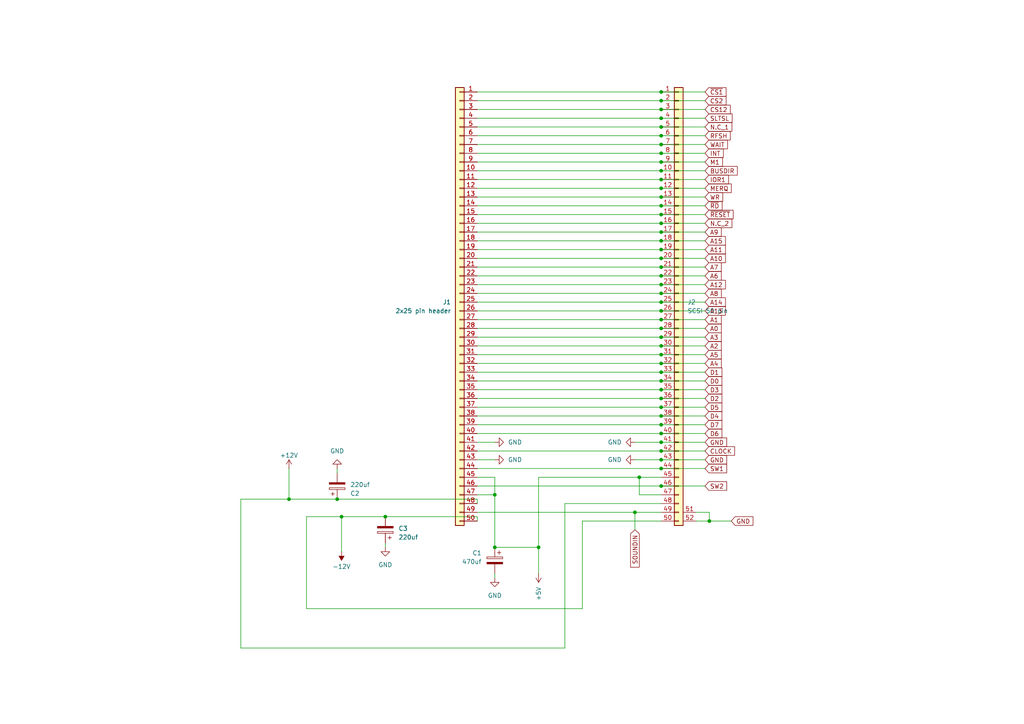
<source format=kicad_sch>
(kicad_sch
	(version 20231120)
	(generator "eeschema")
	(generator_version "8.0")
	(uuid "f71c7ce9-12be-42be-b87e-562cae3fc379")
	(paper "A4")
	(lib_symbols
		(symbol "Conn_01x50_1"
			(pin_names
				(offset 1.016) hide)
			(exclude_from_sim no)
			(in_bom yes)
			(on_board yes)
			(property "Reference" "J2"
				(at 2.54 0.0001 0)
				(effects
					(font
						(size 1.27 1.27)
					)
					(justify left)
				)
			)
			(property "Value" "SCSI 50 pin"
				(at 2.54 -2.5399 0)
				(effects
					(font
						(size 1.27 1.27)
					)
					(justify left)
				)
			)
			(property "Footprint" "ScSI:SCSI_50"
				(at 0 0 0)
				(effects
					(font
						(size 1.27 1.27)
					)
					(hide yes)
				)
			)
			(property "Datasheet" "~"
				(at 0 0 0)
				(effects
					(font
						(size 1.27 1.27)
					)
					(hide yes)
				)
			)
			(property "Description" "\"Generic connector, single row, 01x50, script generated\""
				(at 0 0 0)
				(effects
					(font
						(size 1.27 1.27)
					)
					(hide yes)
				)
			)
			(property "ki_locked" ""
				(at 0 0 0)
				(effects
					(font
						(size 1.27 1.27)
					)
				)
			)
			(property "ki_keywords" "connector"
				(at 0 0 0)
				(effects
					(font
						(size 1.27 1.27)
					)
					(hide yes)
				)
			)
			(property "ki_fp_filters" "Connector*:*_1x??_*"
				(at 0 0 0)
				(effects
					(font
						(size 1.27 1.27)
					)
					(hide yes)
				)
			)
			(symbol "Conn_01x50_1_1_1"
				(rectangle
					(start -1.27 -63.373)
					(end 0 -63.627)
					(stroke
						(width 0.1524)
						(type default)
					)
					(fill
						(type none)
					)
				)
				(rectangle
					(start -1.27 -60.833)
					(end 0 -61.087)
					(stroke
						(width 0.1524)
						(type default)
					)
					(fill
						(type none)
					)
				)
				(rectangle
					(start -1.27 -58.293)
					(end 0 -58.547)
					(stroke
						(width 0.1524)
						(type default)
					)
					(fill
						(type none)
					)
				)
				(rectangle
					(start -1.27 -55.753)
					(end 0 -56.007)
					(stroke
						(width 0.1524)
						(type default)
					)
					(fill
						(type none)
					)
				)
				(rectangle
					(start -1.27 -53.213)
					(end 0 -53.467)
					(stroke
						(width 0.1524)
						(type default)
					)
					(fill
						(type none)
					)
				)
				(rectangle
					(start -1.27 -50.673)
					(end 0 -50.927)
					(stroke
						(width 0.1524)
						(type default)
					)
					(fill
						(type none)
					)
				)
				(rectangle
					(start -1.27 -48.133)
					(end 0 -48.387)
					(stroke
						(width 0.1524)
						(type default)
					)
					(fill
						(type none)
					)
				)
				(rectangle
					(start -1.27 -45.593)
					(end 0 -45.847)
					(stroke
						(width 0.1524)
						(type default)
					)
					(fill
						(type none)
					)
				)
				(rectangle
					(start -1.27 -43.053)
					(end 0 -43.307)
					(stroke
						(width 0.1524)
						(type default)
					)
					(fill
						(type none)
					)
				)
				(rectangle
					(start -1.27 -40.513)
					(end 0 -40.767)
					(stroke
						(width 0.1524)
						(type default)
					)
					(fill
						(type none)
					)
				)
				(rectangle
					(start -1.27 -37.973)
					(end 0 -38.227)
					(stroke
						(width 0.1524)
						(type default)
					)
					(fill
						(type none)
					)
				)
				(rectangle
					(start -1.27 -35.433)
					(end 0 -35.687)
					(stroke
						(width 0.1524)
						(type default)
					)
					(fill
						(type none)
					)
				)
				(rectangle
					(start -1.27 -32.893)
					(end 0 -33.147)
					(stroke
						(width 0.1524)
						(type default)
					)
					(fill
						(type none)
					)
				)
				(rectangle
					(start -1.27 -30.353)
					(end 0 -30.607)
					(stroke
						(width 0.1524)
						(type default)
					)
					(fill
						(type none)
					)
				)
				(rectangle
					(start -1.27 -27.813)
					(end 0 -28.067)
					(stroke
						(width 0.1524)
						(type default)
					)
					(fill
						(type none)
					)
				)
				(rectangle
					(start -1.27 -25.273)
					(end 0 -25.527)
					(stroke
						(width 0.1524)
						(type default)
					)
					(fill
						(type none)
					)
				)
				(rectangle
					(start -1.27 -22.733)
					(end 0 -22.987)
					(stroke
						(width 0.1524)
						(type default)
					)
					(fill
						(type none)
					)
				)
				(rectangle
					(start -1.27 -20.193)
					(end 0 -20.447)
					(stroke
						(width 0.1524)
						(type default)
					)
					(fill
						(type none)
					)
				)
				(rectangle
					(start -1.27 -17.653)
					(end 0 -17.907)
					(stroke
						(width 0.1524)
						(type default)
					)
					(fill
						(type none)
					)
				)
				(rectangle
					(start -1.27 -15.113)
					(end 0 -15.367)
					(stroke
						(width 0.1524)
						(type default)
					)
					(fill
						(type none)
					)
				)
				(rectangle
					(start -1.27 -12.573)
					(end 0 -12.827)
					(stroke
						(width 0.1524)
						(type default)
					)
					(fill
						(type none)
					)
				)
				(rectangle
					(start -1.27 -10.033)
					(end 0 -10.287)
					(stroke
						(width 0.1524)
						(type default)
					)
					(fill
						(type none)
					)
				)
				(rectangle
					(start -1.27 -7.493)
					(end 0 -7.747)
					(stroke
						(width 0.1524)
						(type default)
					)
					(fill
						(type none)
					)
				)
				(rectangle
					(start -1.27 -4.953)
					(end 0 -5.207)
					(stroke
						(width 0.1524)
						(type default)
					)
					(fill
						(type none)
					)
				)
				(rectangle
					(start -1.27 -2.413)
					(end 0 -2.667)
					(stroke
						(width 0.1524)
						(type default)
					)
					(fill
						(type none)
					)
				)
				(rectangle
					(start -1.27 0.127)
					(end 0 -0.127)
					(stroke
						(width 0.1524)
						(type default)
					)
					(fill
						(type none)
					)
				)
				(rectangle
					(start -1.27 2.667)
					(end 0 2.413)
					(stroke
						(width 0.1524)
						(type default)
					)
					(fill
						(type none)
					)
				)
				(rectangle
					(start -1.27 5.207)
					(end 0 4.953)
					(stroke
						(width 0.1524)
						(type default)
					)
					(fill
						(type none)
					)
				)
				(rectangle
					(start -1.27 7.747)
					(end 0 7.493)
					(stroke
						(width 0.1524)
						(type default)
					)
					(fill
						(type none)
					)
				)
				(rectangle
					(start -1.27 10.287)
					(end 0 10.033)
					(stroke
						(width 0.1524)
						(type default)
					)
					(fill
						(type none)
					)
				)
				(rectangle
					(start -1.27 12.827)
					(end 0 12.573)
					(stroke
						(width 0.1524)
						(type default)
					)
					(fill
						(type none)
					)
				)
				(rectangle
					(start -1.27 15.367)
					(end 0 15.113)
					(stroke
						(width 0.1524)
						(type default)
					)
					(fill
						(type none)
					)
				)
				(rectangle
					(start -1.27 17.907)
					(end 0 17.653)
					(stroke
						(width 0.1524)
						(type default)
					)
					(fill
						(type none)
					)
				)
				(rectangle
					(start -1.27 20.447)
					(end 0 20.193)
					(stroke
						(width 0.1524)
						(type default)
					)
					(fill
						(type none)
					)
				)
				(rectangle
					(start -1.27 22.987)
					(end 0 22.733)
					(stroke
						(width 0.1524)
						(type default)
					)
					(fill
						(type none)
					)
				)
				(rectangle
					(start -1.27 25.527)
					(end 0 25.273)
					(stroke
						(width 0.1524)
						(type default)
					)
					(fill
						(type none)
					)
				)
				(rectangle
					(start -1.27 28.067)
					(end 0 27.813)
					(stroke
						(width 0.1524)
						(type default)
					)
					(fill
						(type none)
					)
				)
				(rectangle
					(start -1.27 30.607)
					(end 0 30.353)
					(stroke
						(width 0.1524)
						(type default)
					)
					(fill
						(type none)
					)
				)
				(rectangle
					(start -1.27 33.147)
					(end 0 32.893)
					(stroke
						(width 0.1524)
						(type default)
					)
					(fill
						(type none)
					)
				)
				(rectangle
					(start -1.27 35.687)
					(end 0 35.433)
					(stroke
						(width 0.1524)
						(type default)
					)
					(fill
						(type none)
					)
				)
				(rectangle
					(start -1.27 38.227)
					(end 0 37.973)
					(stroke
						(width 0.1524)
						(type default)
					)
					(fill
						(type none)
					)
				)
				(rectangle
					(start -1.27 40.767)
					(end 0 40.513)
					(stroke
						(width 0.1524)
						(type default)
					)
					(fill
						(type none)
					)
				)
				(rectangle
					(start -1.27 43.307)
					(end 0 43.053)
					(stroke
						(width 0.1524)
						(type default)
					)
					(fill
						(type none)
					)
				)
				(rectangle
					(start -1.27 45.847)
					(end 0 45.593)
					(stroke
						(width 0.1524)
						(type default)
					)
					(fill
						(type none)
					)
				)
				(rectangle
					(start -1.27 48.387)
					(end 0 48.133)
					(stroke
						(width 0.1524)
						(type default)
					)
					(fill
						(type none)
					)
				)
				(rectangle
					(start -1.27 50.927)
					(end 0 50.673)
					(stroke
						(width 0.1524)
						(type default)
					)
					(fill
						(type none)
					)
				)
				(rectangle
					(start -1.27 53.467)
					(end 0 53.213)
					(stroke
						(width 0.1524)
						(type default)
					)
					(fill
						(type none)
					)
				)
				(rectangle
					(start -1.27 56.007)
					(end 0 55.753)
					(stroke
						(width 0.1524)
						(type default)
					)
					(fill
						(type none)
					)
				)
				(rectangle
					(start -1.27 58.547)
					(end 0 58.293)
					(stroke
						(width 0.1524)
						(type default)
					)
					(fill
						(type none)
					)
				)
				(rectangle
					(start -1.27 61.087)
					(end 0 60.833)
					(stroke
						(width 0.1524)
						(type default)
					)
					(fill
						(type none)
					)
				)
				(rectangle
					(start -1.27 62.23)
					(end 1.27 -64.77)
					(stroke
						(width 0.254)
						(type default)
					)
					(fill
						(type background)
					)
				)
				(pin passive line
					(at -5.08 60.96 0)
					(length 3.81)
					(name "Pin_1"
						(effects
							(font
								(size 1.27 1.27)
							)
						)
					)
					(number "1"
						(effects
							(font
								(size 1.27 1.27)
							)
						)
					)
				)
				(pin passive line
					(at -5.08 38.1 0)
					(length 3.81)
					(name "Pin_10"
						(effects
							(font
								(size 1.27 1.27)
							)
						)
					)
					(number "10"
						(effects
							(font
								(size 1.27 1.27)
							)
						)
					)
				)
				(pin passive line
					(at -5.08 35.56 0)
					(length 3.81)
					(name "Pin_11"
						(effects
							(font
								(size 1.27 1.27)
							)
						)
					)
					(number "11"
						(effects
							(font
								(size 1.27 1.27)
							)
						)
					)
				)
				(pin passive line
					(at -5.08 33.02 0)
					(length 3.81)
					(name "Pin_12"
						(effects
							(font
								(size 1.27 1.27)
							)
						)
					)
					(number "12"
						(effects
							(font
								(size 1.27 1.27)
							)
						)
					)
				)
				(pin passive line
					(at -5.08 30.48 0)
					(length 3.81)
					(name "Pin_13"
						(effects
							(font
								(size 1.27 1.27)
							)
						)
					)
					(number "13"
						(effects
							(font
								(size 1.27 1.27)
							)
						)
					)
				)
				(pin passive line
					(at -5.08 27.94 0)
					(length 3.81)
					(name "Pin_14"
						(effects
							(font
								(size 1.27 1.27)
							)
						)
					)
					(number "14"
						(effects
							(font
								(size 1.27 1.27)
							)
						)
					)
				)
				(pin passive line
					(at -5.08 25.4 0)
					(length 3.81)
					(name "Pin_15"
						(effects
							(font
								(size 1.27 1.27)
							)
						)
					)
					(number "15"
						(effects
							(font
								(size 1.27 1.27)
							)
						)
					)
				)
				(pin passive line
					(at -5.08 22.86 0)
					(length 3.81)
					(name "Pin_16"
						(effects
							(font
								(size 1.27 1.27)
							)
						)
					)
					(number "16"
						(effects
							(font
								(size 1.27 1.27)
							)
						)
					)
				)
				(pin passive line
					(at -5.08 20.32 0)
					(length 3.81)
					(name "Pin_17"
						(effects
							(font
								(size 1.27 1.27)
							)
						)
					)
					(number "17"
						(effects
							(font
								(size 1.27 1.27)
							)
						)
					)
				)
				(pin passive line
					(at -5.08 17.78 0)
					(length 3.81)
					(name "Pin_18"
						(effects
							(font
								(size 1.27 1.27)
							)
						)
					)
					(number "18"
						(effects
							(font
								(size 1.27 1.27)
							)
						)
					)
				)
				(pin passive line
					(at -5.08 15.24 0)
					(length 3.81)
					(name "Pin_19"
						(effects
							(font
								(size 1.27 1.27)
							)
						)
					)
					(number "19"
						(effects
							(font
								(size 1.27 1.27)
							)
						)
					)
				)
				(pin passive line
					(at -5.08 58.42 0)
					(length 3.81)
					(name "Pin_2"
						(effects
							(font
								(size 1.27 1.27)
							)
						)
					)
					(number "2"
						(effects
							(font
								(size 1.27 1.27)
							)
						)
					)
				)
				(pin passive line
					(at -5.08 12.7 0)
					(length 3.81)
					(name "Pin_20"
						(effects
							(font
								(size 1.27 1.27)
							)
						)
					)
					(number "20"
						(effects
							(font
								(size 1.27 1.27)
							)
						)
					)
				)
				(pin passive line
					(at -5.08 10.16 0)
					(length 3.81)
					(name "Pin_21"
						(effects
							(font
								(size 1.27 1.27)
							)
						)
					)
					(number "21"
						(effects
							(font
								(size 1.27 1.27)
							)
						)
					)
				)
				(pin passive line
					(at -5.08 7.62 0)
					(length 3.81)
					(name "Pin_22"
						(effects
							(font
								(size 1.27 1.27)
							)
						)
					)
					(number "22"
						(effects
							(font
								(size 1.27 1.27)
							)
						)
					)
				)
				(pin passive line
					(at -5.08 5.08 0)
					(length 3.81)
					(name "Pin_23"
						(effects
							(font
								(size 1.27 1.27)
							)
						)
					)
					(number "23"
						(effects
							(font
								(size 1.27 1.27)
							)
						)
					)
				)
				(pin passive line
					(at -5.08 2.54 0)
					(length 3.81)
					(name "Pin_24"
						(effects
							(font
								(size 1.27 1.27)
							)
						)
					)
					(number "24"
						(effects
							(font
								(size 1.27 1.27)
							)
						)
					)
				)
				(pin passive line
					(at -5.08 0 0)
					(length 3.81)
					(name "Pin_25"
						(effects
							(font
								(size 1.27 1.27)
							)
						)
					)
					(number "25"
						(effects
							(font
								(size 1.27 1.27)
							)
						)
					)
				)
				(pin passive line
					(at -5.08 -2.54 0)
					(length 3.81)
					(name "Pin_26"
						(effects
							(font
								(size 1.27 1.27)
							)
						)
					)
					(number "26"
						(effects
							(font
								(size 1.27 1.27)
							)
						)
					)
				)
				(pin passive line
					(at -5.08 -5.08 0)
					(length 3.81)
					(name "Pin_27"
						(effects
							(font
								(size 1.27 1.27)
							)
						)
					)
					(number "27"
						(effects
							(font
								(size 1.27 1.27)
							)
						)
					)
				)
				(pin passive line
					(at -5.08 -7.62 0)
					(length 3.81)
					(name "Pin_28"
						(effects
							(font
								(size 1.27 1.27)
							)
						)
					)
					(number "28"
						(effects
							(font
								(size 1.27 1.27)
							)
						)
					)
				)
				(pin passive line
					(at -5.08 -10.16 0)
					(length 3.81)
					(name "Pin_29"
						(effects
							(font
								(size 1.27 1.27)
							)
						)
					)
					(number "29"
						(effects
							(font
								(size 1.27 1.27)
							)
						)
					)
				)
				(pin passive line
					(at -5.08 55.88 0)
					(length 3.81)
					(name "Pin_3"
						(effects
							(font
								(size 1.27 1.27)
							)
						)
					)
					(number "3"
						(effects
							(font
								(size 1.27 1.27)
							)
						)
					)
				)
				(pin passive line
					(at -5.08 -12.7 0)
					(length 3.81)
					(name "Pin_30"
						(effects
							(font
								(size 1.27 1.27)
							)
						)
					)
					(number "30"
						(effects
							(font
								(size 1.27 1.27)
							)
						)
					)
				)
				(pin passive line
					(at -5.08 -15.24 0)
					(length 3.81)
					(name "Pin_31"
						(effects
							(font
								(size 1.27 1.27)
							)
						)
					)
					(number "31"
						(effects
							(font
								(size 1.27 1.27)
							)
						)
					)
				)
				(pin passive line
					(at -5.08 -17.78 0)
					(length 3.81)
					(name "Pin_32"
						(effects
							(font
								(size 1.27 1.27)
							)
						)
					)
					(number "32"
						(effects
							(font
								(size 1.27 1.27)
							)
						)
					)
				)
				(pin passive line
					(at -5.08 -20.32 0)
					(length 3.81)
					(name "Pin_33"
						(effects
							(font
								(size 1.27 1.27)
							)
						)
					)
					(number "33"
						(effects
							(font
								(size 1.27 1.27)
							)
						)
					)
				)
				(pin passive line
					(at -5.08 -22.86 0)
					(length 3.81)
					(name "Pin_34"
						(effects
							(font
								(size 1.27 1.27)
							)
						)
					)
					(number "34"
						(effects
							(font
								(size 1.27 1.27)
							)
						)
					)
				)
				(pin passive line
					(at -5.08 -25.4 0)
					(length 3.81)
					(name "Pin_35"
						(effects
							(font
								(size 1.27 1.27)
							)
						)
					)
					(number "35"
						(effects
							(font
								(size 1.27 1.27)
							)
						)
					)
				)
				(pin passive line
					(at -5.08 -27.94 0)
					(length 3.81)
					(name "Pin_36"
						(effects
							(font
								(size 1.27 1.27)
							)
						)
					)
					(number "36"
						(effects
							(font
								(size 1.27 1.27)
							)
						)
					)
				)
				(pin passive line
					(at -5.08 -30.48 0)
					(length 3.81)
					(name "Pin_37"
						(effects
							(font
								(size 1.27 1.27)
							)
						)
					)
					(number "37"
						(effects
							(font
								(size 1.27 1.27)
							)
						)
					)
				)
				(pin passive line
					(at -5.08 -33.02 0)
					(length 3.81)
					(name "Pin_38"
						(effects
							(font
								(size 1.27 1.27)
							)
						)
					)
					(number "38"
						(effects
							(font
								(size 1.27 1.27)
							)
						)
					)
				)
				(pin passive line
					(at -5.08 -35.56 0)
					(length 3.81)
					(name "Pin_39"
						(effects
							(font
								(size 1.27 1.27)
							)
						)
					)
					(number "39"
						(effects
							(font
								(size 1.27 1.27)
							)
						)
					)
				)
				(pin passive line
					(at -5.08 53.34 0)
					(length 3.81)
					(name "Pin_4"
						(effects
							(font
								(size 1.27 1.27)
							)
						)
					)
					(number "4"
						(effects
							(font
								(size 1.27 1.27)
							)
						)
					)
				)
				(pin passive line
					(at -5.08 -38.1 0)
					(length 3.81)
					(name "Pin_40"
						(effects
							(font
								(size 1.27 1.27)
							)
						)
					)
					(number "40"
						(effects
							(font
								(size 1.27 1.27)
							)
						)
					)
				)
				(pin passive line
					(at -5.08 -40.64 0)
					(length 3.81)
					(name "Pin_41"
						(effects
							(font
								(size 1.27 1.27)
							)
						)
					)
					(number "41"
						(effects
							(font
								(size 1.27 1.27)
							)
						)
					)
				)
				(pin passive line
					(at -5.08 -43.18 0)
					(length 3.81)
					(name "Pin_42"
						(effects
							(font
								(size 1.27 1.27)
							)
						)
					)
					(number "42"
						(effects
							(font
								(size 1.27 1.27)
							)
						)
					)
				)
				(pin passive line
					(at -5.08 -45.72 0)
					(length 3.81)
					(name "Pin_43"
						(effects
							(font
								(size 1.27 1.27)
							)
						)
					)
					(number "43"
						(effects
							(font
								(size 1.27 1.27)
							)
						)
					)
				)
				(pin passive line
					(at -5.08 -48.26 0)
					(length 3.81)
					(name "Pin_44"
						(effects
							(font
								(size 1.27 1.27)
							)
						)
					)
					(number "44"
						(effects
							(font
								(size 1.27 1.27)
							)
						)
					)
				)
				(pin passive line
					(at -5.08 -50.8 0)
					(length 3.81)
					(name "Pin_45"
						(effects
							(font
								(size 1.27 1.27)
							)
						)
					)
					(number "45"
						(effects
							(font
								(size 1.27 1.27)
							)
						)
					)
				)
				(pin passive line
					(at -5.08 -53.34 0)
					(length 3.81)
					(name "Pin_46"
						(effects
							(font
								(size 1.27 1.27)
							)
						)
					)
					(number "46"
						(effects
							(font
								(size 1.27 1.27)
							)
						)
					)
				)
				(pin passive line
					(at -5.08 -55.88 0)
					(length 3.81)
					(name "Pin_47"
						(effects
							(font
								(size 1.27 1.27)
							)
						)
					)
					(number "47"
						(effects
							(font
								(size 1.27 1.27)
							)
						)
					)
				)
				(pin passive line
					(at -5.08 -58.42 0)
					(length 3.81)
					(name "Pin_48"
						(effects
							(font
								(size 1.27 1.27)
							)
						)
					)
					(number "48"
						(effects
							(font
								(size 1.27 1.27)
							)
						)
					)
				)
				(pin passive line
					(at -5.08 -60.96 0)
					(length 3.81)
					(name "Pin_49"
						(effects
							(font
								(size 1.27 1.27)
							)
						)
					)
					(number "49"
						(effects
							(font
								(size 1.27 1.27)
							)
						)
					)
				)
				(pin passive line
					(at -5.08 50.8 0)
					(length 3.81)
					(name "Pin_5"
						(effects
							(font
								(size 1.27 1.27)
							)
						)
					)
					(number "5"
						(effects
							(font
								(size 1.27 1.27)
							)
						)
					)
				)
				(pin passive line
					(at -5.08 -63.5 0)
					(length 3.81)
					(name "Pin_50"
						(effects
							(font
								(size 1.27 1.27)
							)
						)
					)
					(number "50"
						(effects
							(font
								(size 1.27 1.27)
							)
						)
					)
				)
				(pin passive line
					(at 5.08 -60.96 180)
					(length 3.81)
					(name "Pin_50"
						(effects
							(font
								(size 1.27 1.27)
							)
						)
					)
					(number "51"
						(effects
							(font
								(size 1.27 1.27)
							)
						)
					)
				)
				(pin passive line
					(at 5.08 -63.5 180)
					(length 3.81)
					(name "Pin_49"
						(effects
							(font
								(size 1.27 1.27)
							)
						)
					)
					(number "52"
						(effects
							(font
								(size 1.27 1.27)
							)
						)
					)
				)
				(pin passive line
					(at -5.08 48.26 0)
					(length 3.81)
					(name "Pin_6"
						(effects
							(font
								(size 1.27 1.27)
							)
						)
					)
					(number "6"
						(effects
							(font
								(size 1.27 1.27)
							)
						)
					)
				)
				(pin passive line
					(at -5.08 45.72 0)
					(length 3.81)
					(name "Pin_7"
						(effects
							(font
								(size 1.27 1.27)
							)
						)
					)
					(number "7"
						(effects
							(font
								(size 1.27 1.27)
							)
						)
					)
				)
				(pin passive line
					(at -5.08 43.18 0)
					(length 3.81)
					(name "Pin_8"
						(effects
							(font
								(size 1.27 1.27)
							)
						)
					)
					(number "8"
						(effects
							(font
								(size 1.27 1.27)
							)
						)
					)
				)
				(pin passive line
					(at -5.08 40.64 0)
					(length 3.81)
					(name "Pin_9"
						(effects
							(font
								(size 1.27 1.27)
							)
						)
					)
					(number "9"
						(effects
							(font
								(size 1.27 1.27)
							)
						)
					)
				)
			)
		)
		(symbol "Connector_Generic:Conn_01x50"
			(pin_names
				(offset 1.016) hide)
			(exclude_from_sim no)
			(in_bom yes)
			(on_board yes)
			(property "Reference" "J"
				(at 0 63.5 0)
				(effects
					(font
						(size 1.27 1.27)
					)
				)
			)
			(property "Value" "Conn_01x50"
				(at 0 -66.04 0)
				(effects
					(font
						(size 1.27 1.27)
					)
				)
			)
			(property "Footprint" ""
				(at 0 0 0)
				(effects
					(font
						(size 1.27 1.27)
					)
					(hide yes)
				)
			)
			(property "Datasheet" "~"
				(at 0 0 0)
				(effects
					(font
						(size 1.27 1.27)
					)
					(hide yes)
				)
			)
			(property "Description" "\"Generic connector, single row, 01x50, script generated\""
				(at 0 0 0)
				(effects
					(font
						(size 1.27 1.27)
					)
					(hide yes)
				)
			)
			(property "ki_locked" ""
				(at 0 0 0)
				(effects
					(font
						(size 1.27 1.27)
					)
				)
			)
			(property "ki_keywords" "connector"
				(at 0 0 0)
				(effects
					(font
						(size 1.27 1.27)
					)
					(hide yes)
				)
			)
			(property "ki_fp_filters" "Connector*:*_1x??_*"
				(at 0 0 0)
				(effects
					(font
						(size 1.27 1.27)
					)
					(hide yes)
				)
			)
			(symbol "Conn_01x50_1_1"
				(rectangle
					(start -1.27 -63.373)
					(end 0 -63.627)
					(stroke
						(width 0.1524)
						(type default)
					)
					(fill
						(type none)
					)
				)
				(rectangle
					(start -1.27 -60.833)
					(end 0 -61.087)
					(stroke
						(width 0.1524)
						(type default)
					)
					(fill
						(type none)
					)
				)
				(rectangle
					(start -1.27 -58.293)
					(end 0 -58.547)
					(stroke
						(width 0.1524)
						(type default)
					)
					(fill
						(type none)
					)
				)
				(rectangle
					(start -1.27 -55.753)
					(end 0 -56.007)
					(stroke
						(width 0.1524)
						(type default)
					)
					(fill
						(type none)
					)
				)
				(rectangle
					(start -1.27 -53.213)
					(end 0 -53.467)
					(stroke
						(width 0.1524)
						(type default)
					)
					(fill
						(type none)
					)
				)
				(rectangle
					(start -1.27 -50.673)
					(end 0 -50.927)
					(stroke
						(width 0.1524)
						(type default)
					)
					(fill
						(type none)
					)
				)
				(rectangle
					(start -1.27 -48.133)
					(end 0 -48.387)
					(stroke
						(width 0.1524)
						(type default)
					)
					(fill
						(type none)
					)
				)
				(rectangle
					(start -1.27 -45.593)
					(end 0 -45.847)
					(stroke
						(width 0.1524)
						(type default)
					)
					(fill
						(type none)
					)
				)
				(rectangle
					(start -1.27 -43.053)
					(end 0 -43.307)
					(stroke
						(width 0.1524)
						(type default)
					)
					(fill
						(type none)
					)
				)
				(rectangle
					(start -1.27 -40.513)
					(end 0 -40.767)
					(stroke
						(width 0.1524)
						(type default)
					)
					(fill
						(type none)
					)
				)
				(rectangle
					(start -1.27 -37.973)
					(end 0 -38.227)
					(stroke
						(width 0.1524)
						(type default)
					)
					(fill
						(type none)
					)
				)
				(rectangle
					(start -1.27 -35.433)
					(end 0 -35.687)
					(stroke
						(width 0.1524)
						(type default)
					)
					(fill
						(type none)
					)
				)
				(rectangle
					(start -1.27 -32.893)
					(end 0 -33.147)
					(stroke
						(width 0.1524)
						(type default)
					)
					(fill
						(type none)
					)
				)
				(rectangle
					(start -1.27 -30.353)
					(end 0 -30.607)
					(stroke
						(width 0.1524)
						(type default)
					)
					(fill
						(type none)
					)
				)
				(rectangle
					(start -1.27 -27.813)
					(end 0 -28.067)
					(stroke
						(width 0.1524)
						(type default)
					)
					(fill
						(type none)
					)
				)
				(rectangle
					(start -1.27 -25.273)
					(end 0 -25.527)
					(stroke
						(width 0.1524)
						(type default)
					)
					(fill
						(type none)
					)
				)
				(rectangle
					(start -1.27 -22.733)
					(end 0 -22.987)
					(stroke
						(width 0.1524)
						(type default)
					)
					(fill
						(type none)
					)
				)
				(rectangle
					(start -1.27 -20.193)
					(end 0 -20.447)
					(stroke
						(width 0.1524)
						(type default)
					)
					(fill
						(type none)
					)
				)
				(rectangle
					(start -1.27 -17.653)
					(end 0 -17.907)
					(stroke
						(width 0.1524)
						(type default)
					)
					(fill
						(type none)
					)
				)
				(rectangle
					(start -1.27 -15.113)
					(end 0 -15.367)
					(stroke
						(width 0.1524)
						(type default)
					)
					(fill
						(type none)
					)
				)
				(rectangle
					(start -1.27 -12.573)
					(end 0 -12.827)
					(stroke
						(width 0.1524)
						(type default)
					)
					(fill
						(type none)
					)
				)
				(rectangle
					(start -1.27 -10.033)
					(end 0 -10.287)
					(stroke
						(width 0.1524)
						(type default)
					)
					(fill
						(type none)
					)
				)
				(rectangle
					(start -1.27 -7.493)
					(end 0 -7.747)
					(stroke
						(width 0.1524)
						(type default)
					)
					(fill
						(type none)
					)
				)
				(rectangle
					(start -1.27 -4.953)
					(end 0 -5.207)
					(stroke
						(width 0.1524)
						(type default)
					)
					(fill
						(type none)
					)
				)
				(rectangle
					(start -1.27 -2.413)
					(end 0 -2.667)
					(stroke
						(width 0.1524)
						(type default)
					)
					(fill
						(type none)
					)
				)
				(rectangle
					(start -1.27 0.127)
					(end 0 -0.127)
					(stroke
						(width 0.1524)
						(type default)
					)
					(fill
						(type none)
					)
				)
				(rectangle
					(start -1.27 2.667)
					(end 0 2.413)
					(stroke
						(width 0.1524)
						(type default)
					)
					(fill
						(type none)
					)
				)
				(rectangle
					(start -1.27 5.207)
					(end 0 4.953)
					(stroke
						(width 0.1524)
						(type default)
					)
					(fill
						(type none)
					)
				)
				(rectangle
					(start -1.27 7.747)
					(end 0 7.493)
					(stroke
						(width 0.1524)
						(type default)
					)
					(fill
						(type none)
					)
				)
				(rectangle
					(start -1.27 10.287)
					(end 0 10.033)
					(stroke
						(width 0.1524)
						(type default)
					)
					(fill
						(type none)
					)
				)
				(rectangle
					(start -1.27 12.827)
					(end 0 12.573)
					(stroke
						(width 0.1524)
						(type default)
					)
					(fill
						(type none)
					)
				)
				(rectangle
					(start -1.27 15.367)
					(end 0 15.113)
					(stroke
						(width 0.1524)
						(type default)
					)
					(fill
						(type none)
					)
				)
				(rectangle
					(start -1.27 17.907)
					(end 0 17.653)
					(stroke
						(width 0.1524)
						(type default)
					)
					(fill
						(type none)
					)
				)
				(rectangle
					(start -1.27 20.447)
					(end 0 20.193)
					(stroke
						(width 0.1524)
						(type default)
					)
					(fill
						(type none)
					)
				)
				(rectangle
					(start -1.27 22.987)
					(end 0 22.733)
					(stroke
						(width 0.1524)
						(type default)
					)
					(fill
						(type none)
					)
				)
				(rectangle
					(start -1.27 25.527)
					(end 0 25.273)
					(stroke
						(width 0.1524)
						(type default)
					)
					(fill
						(type none)
					)
				)
				(rectangle
					(start -1.27 28.067)
					(end 0 27.813)
					(stroke
						(width 0.1524)
						(type default)
					)
					(fill
						(type none)
					)
				)
				(rectangle
					(start -1.27 30.607)
					(end 0 30.353)
					(stroke
						(width 0.1524)
						(type default)
					)
					(fill
						(type none)
					)
				)
				(rectangle
					(start -1.27 33.147)
					(end 0 32.893)
					(stroke
						(width 0.1524)
						(type default)
					)
					(fill
						(type none)
					)
				)
				(rectangle
					(start -1.27 35.687)
					(end 0 35.433)
					(stroke
						(width 0.1524)
						(type default)
					)
					(fill
						(type none)
					)
				)
				(rectangle
					(start -1.27 38.227)
					(end 0 37.973)
					(stroke
						(width 0.1524)
						(type default)
					)
					(fill
						(type none)
					)
				)
				(rectangle
					(start -1.27 40.767)
					(end 0 40.513)
					(stroke
						(width 0.1524)
						(type default)
					)
					(fill
						(type none)
					)
				)
				(rectangle
					(start -1.27 43.307)
					(end 0 43.053)
					(stroke
						(width 0.1524)
						(type default)
					)
					(fill
						(type none)
					)
				)
				(rectangle
					(start -1.27 45.847)
					(end 0 45.593)
					(stroke
						(width 0.1524)
						(type default)
					)
					(fill
						(type none)
					)
				)
				(rectangle
					(start -1.27 48.387)
					(end 0 48.133)
					(stroke
						(width 0.1524)
						(type default)
					)
					(fill
						(type none)
					)
				)
				(rectangle
					(start -1.27 50.927)
					(end 0 50.673)
					(stroke
						(width 0.1524)
						(type default)
					)
					(fill
						(type none)
					)
				)
				(rectangle
					(start -1.27 53.467)
					(end 0 53.213)
					(stroke
						(width 0.1524)
						(type default)
					)
					(fill
						(type none)
					)
				)
				(rectangle
					(start -1.27 56.007)
					(end 0 55.753)
					(stroke
						(width 0.1524)
						(type default)
					)
					(fill
						(type none)
					)
				)
				(rectangle
					(start -1.27 58.547)
					(end 0 58.293)
					(stroke
						(width 0.1524)
						(type default)
					)
					(fill
						(type none)
					)
				)
				(rectangle
					(start -1.27 61.087)
					(end 0 60.833)
					(stroke
						(width 0.1524)
						(type default)
					)
					(fill
						(type none)
					)
				)
				(rectangle
					(start -1.27 62.23)
					(end 1.27 -64.77)
					(stroke
						(width 0.254)
						(type default)
					)
					(fill
						(type background)
					)
				)
				(pin passive line
					(at -5.08 60.96 0)
					(length 3.81)
					(name "Pin_1"
						(effects
							(font
								(size 1.27 1.27)
							)
						)
					)
					(number "1"
						(effects
							(font
								(size 1.27 1.27)
							)
						)
					)
				)
				(pin passive line
					(at -5.08 38.1 0)
					(length 3.81)
					(name "Pin_10"
						(effects
							(font
								(size 1.27 1.27)
							)
						)
					)
					(number "10"
						(effects
							(font
								(size 1.27 1.27)
							)
						)
					)
				)
				(pin passive line
					(at -5.08 35.56 0)
					(length 3.81)
					(name "Pin_11"
						(effects
							(font
								(size 1.27 1.27)
							)
						)
					)
					(number "11"
						(effects
							(font
								(size 1.27 1.27)
							)
						)
					)
				)
				(pin passive line
					(at -5.08 33.02 0)
					(length 3.81)
					(name "Pin_12"
						(effects
							(font
								(size 1.27 1.27)
							)
						)
					)
					(number "12"
						(effects
							(font
								(size 1.27 1.27)
							)
						)
					)
				)
				(pin passive line
					(at -5.08 30.48 0)
					(length 3.81)
					(name "Pin_13"
						(effects
							(font
								(size 1.27 1.27)
							)
						)
					)
					(number "13"
						(effects
							(font
								(size 1.27 1.27)
							)
						)
					)
				)
				(pin passive line
					(at -5.08 27.94 0)
					(length 3.81)
					(name "Pin_14"
						(effects
							(font
								(size 1.27 1.27)
							)
						)
					)
					(number "14"
						(effects
							(font
								(size 1.27 1.27)
							)
						)
					)
				)
				(pin passive line
					(at -5.08 25.4 0)
					(length 3.81)
					(name "Pin_15"
						(effects
							(font
								(size 1.27 1.27)
							)
						)
					)
					(number "15"
						(effects
							(font
								(size 1.27 1.27)
							)
						)
					)
				)
				(pin passive line
					(at -5.08 22.86 0)
					(length 3.81)
					(name "Pin_16"
						(effects
							(font
								(size 1.27 1.27)
							)
						)
					)
					(number "16"
						(effects
							(font
								(size 1.27 1.27)
							)
						)
					)
				)
				(pin passive line
					(at -5.08 20.32 0)
					(length 3.81)
					(name "Pin_17"
						(effects
							(font
								(size 1.27 1.27)
							)
						)
					)
					(number "17"
						(effects
							(font
								(size 1.27 1.27)
							)
						)
					)
				)
				(pin passive line
					(at -5.08 17.78 0)
					(length 3.81)
					(name "Pin_18"
						(effects
							(font
								(size 1.27 1.27)
							)
						)
					)
					(number "18"
						(effects
							(font
								(size 1.27 1.27)
							)
						)
					)
				)
				(pin passive line
					(at -5.08 15.24 0)
					(length 3.81)
					(name "Pin_19"
						(effects
							(font
								(size 1.27 1.27)
							)
						)
					)
					(number "19"
						(effects
							(font
								(size 1.27 1.27)
							)
						)
					)
				)
				(pin passive line
					(at -5.08 58.42 0)
					(length 3.81)
					(name "Pin_2"
						(effects
							(font
								(size 1.27 1.27)
							)
						)
					)
					(number "2"
						(effects
							(font
								(size 1.27 1.27)
							)
						)
					)
				)
				(pin passive line
					(at -5.08 12.7 0)
					(length 3.81)
					(name "Pin_20"
						(effects
							(font
								(size 1.27 1.27)
							)
						)
					)
					(number "20"
						(effects
							(font
								(size 1.27 1.27)
							)
						)
					)
				)
				(pin passive line
					(at -5.08 10.16 0)
					(length 3.81)
					(name "Pin_21"
						(effects
							(font
								(size 1.27 1.27)
							)
						)
					)
					(number "21"
						(effects
							(font
								(size 1.27 1.27)
							)
						)
					)
				)
				(pin passive line
					(at -5.08 7.62 0)
					(length 3.81)
					(name "Pin_22"
						(effects
							(font
								(size 1.27 1.27)
							)
						)
					)
					(number "22"
						(effects
							(font
								(size 1.27 1.27)
							)
						)
					)
				)
				(pin passive line
					(at -5.08 5.08 0)
					(length 3.81)
					(name "Pin_23"
						(effects
							(font
								(size 1.27 1.27)
							)
						)
					)
					(number "23"
						(effects
							(font
								(size 1.27 1.27)
							)
						)
					)
				)
				(pin passive line
					(at -5.08 2.54 0)
					(length 3.81)
					(name "Pin_24"
						(effects
							(font
								(size 1.27 1.27)
							)
						)
					)
					(number "24"
						(effects
							(font
								(size 1.27 1.27)
							)
						)
					)
				)
				(pin passive line
					(at -5.08 0 0)
					(length 3.81)
					(name "Pin_25"
						(effects
							(font
								(size 1.27 1.27)
							)
						)
					)
					(number "25"
						(effects
							(font
								(size 1.27 1.27)
							)
						)
					)
				)
				(pin passive line
					(at -5.08 -2.54 0)
					(length 3.81)
					(name "Pin_26"
						(effects
							(font
								(size 1.27 1.27)
							)
						)
					)
					(number "26"
						(effects
							(font
								(size 1.27 1.27)
							)
						)
					)
				)
				(pin passive line
					(at -5.08 -5.08 0)
					(length 3.81)
					(name "Pin_27"
						(effects
							(font
								(size 1.27 1.27)
							)
						)
					)
					(number "27"
						(effects
							(font
								(size 1.27 1.27)
							)
						)
					)
				)
				(pin passive line
					(at -5.08 -7.62 0)
					(length 3.81)
					(name "Pin_28"
						(effects
							(font
								(size 1.27 1.27)
							)
						)
					)
					(number "28"
						(effects
							(font
								(size 1.27 1.27)
							)
						)
					)
				)
				(pin passive line
					(at -5.08 -10.16 0)
					(length 3.81)
					(name "Pin_29"
						(effects
							(font
								(size 1.27 1.27)
							)
						)
					)
					(number "29"
						(effects
							(font
								(size 1.27 1.27)
							)
						)
					)
				)
				(pin passive line
					(at -5.08 55.88 0)
					(length 3.81)
					(name "Pin_3"
						(effects
							(font
								(size 1.27 1.27)
							)
						)
					)
					(number "3"
						(effects
							(font
								(size 1.27 1.27)
							)
						)
					)
				)
				(pin passive line
					(at -5.08 -12.7 0)
					(length 3.81)
					(name "Pin_30"
						(effects
							(font
								(size 1.27 1.27)
							)
						)
					)
					(number "30"
						(effects
							(font
								(size 1.27 1.27)
							)
						)
					)
				)
				(pin passive line
					(at -5.08 -15.24 0)
					(length 3.81)
					(name "Pin_31"
						(effects
							(font
								(size 1.27 1.27)
							)
						)
					)
					(number "31"
						(effects
							(font
								(size 1.27 1.27)
							)
						)
					)
				)
				(pin passive line
					(at -5.08 -17.78 0)
					(length 3.81)
					(name "Pin_32"
						(effects
							(font
								(size 1.27 1.27)
							)
						)
					)
					(number "32"
						(effects
							(font
								(size 1.27 1.27)
							)
						)
					)
				)
				(pin passive line
					(at -5.08 -20.32 0)
					(length 3.81)
					(name "Pin_33"
						(effects
							(font
								(size 1.27 1.27)
							)
						)
					)
					(number "33"
						(effects
							(font
								(size 1.27 1.27)
							)
						)
					)
				)
				(pin passive line
					(at -5.08 -22.86 0)
					(length 3.81)
					(name "Pin_34"
						(effects
							(font
								(size 1.27 1.27)
							)
						)
					)
					(number "34"
						(effects
							(font
								(size 1.27 1.27)
							)
						)
					)
				)
				(pin passive line
					(at -5.08 -25.4 0)
					(length 3.81)
					(name "Pin_35"
						(effects
							(font
								(size 1.27 1.27)
							)
						)
					)
					(number "35"
						(effects
							(font
								(size 1.27 1.27)
							)
						)
					)
				)
				(pin passive line
					(at -5.08 -27.94 0)
					(length 3.81)
					(name "Pin_36"
						(effects
							(font
								(size 1.27 1.27)
							)
						)
					)
					(number "36"
						(effects
							(font
								(size 1.27 1.27)
							)
						)
					)
				)
				(pin passive line
					(at -5.08 -30.48 0)
					(length 3.81)
					(name "Pin_37"
						(effects
							(font
								(size 1.27 1.27)
							)
						)
					)
					(number "37"
						(effects
							(font
								(size 1.27 1.27)
							)
						)
					)
				)
				(pin passive line
					(at -5.08 -33.02 0)
					(length 3.81)
					(name "Pin_38"
						(effects
							(font
								(size 1.27 1.27)
							)
						)
					)
					(number "38"
						(effects
							(font
								(size 1.27 1.27)
							)
						)
					)
				)
				(pin passive line
					(at -5.08 -35.56 0)
					(length 3.81)
					(name "Pin_39"
						(effects
							(font
								(size 1.27 1.27)
							)
						)
					)
					(number "39"
						(effects
							(font
								(size 1.27 1.27)
							)
						)
					)
				)
				(pin passive line
					(at -5.08 53.34 0)
					(length 3.81)
					(name "Pin_4"
						(effects
							(font
								(size 1.27 1.27)
							)
						)
					)
					(number "4"
						(effects
							(font
								(size 1.27 1.27)
							)
						)
					)
				)
				(pin passive line
					(at -5.08 -38.1 0)
					(length 3.81)
					(name "Pin_40"
						(effects
							(font
								(size 1.27 1.27)
							)
						)
					)
					(number "40"
						(effects
							(font
								(size 1.27 1.27)
							)
						)
					)
				)
				(pin passive line
					(at -5.08 -40.64 0)
					(length 3.81)
					(name "Pin_41"
						(effects
							(font
								(size 1.27 1.27)
							)
						)
					)
					(number "41"
						(effects
							(font
								(size 1.27 1.27)
							)
						)
					)
				)
				(pin passive line
					(at -5.08 -43.18 0)
					(length 3.81)
					(name "Pin_42"
						(effects
							(font
								(size 1.27 1.27)
							)
						)
					)
					(number "42"
						(effects
							(font
								(size 1.27 1.27)
							)
						)
					)
				)
				(pin passive line
					(at -5.08 -45.72 0)
					(length 3.81)
					(name "Pin_43"
						(effects
							(font
								(size 1.27 1.27)
							)
						)
					)
					(number "43"
						(effects
							(font
								(size 1.27 1.27)
							)
						)
					)
				)
				(pin passive line
					(at -5.08 -48.26 0)
					(length 3.81)
					(name "Pin_44"
						(effects
							(font
								(size 1.27 1.27)
							)
						)
					)
					(number "44"
						(effects
							(font
								(size 1.27 1.27)
							)
						)
					)
				)
				(pin passive line
					(at -5.08 -50.8 0)
					(length 3.81)
					(name "Pin_45"
						(effects
							(font
								(size 1.27 1.27)
							)
						)
					)
					(number "45"
						(effects
							(font
								(size 1.27 1.27)
							)
						)
					)
				)
				(pin passive line
					(at -5.08 -53.34 0)
					(length 3.81)
					(name "Pin_46"
						(effects
							(font
								(size 1.27 1.27)
							)
						)
					)
					(number "46"
						(effects
							(font
								(size 1.27 1.27)
							)
						)
					)
				)
				(pin passive line
					(at -5.08 -55.88 0)
					(length 3.81)
					(name "Pin_47"
						(effects
							(font
								(size 1.27 1.27)
							)
						)
					)
					(number "47"
						(effects
							(font
								(size 1.27 1.27)
							)
						)
					)
				)
				(pin passive line
					(at -5.08 -58.42 0)
					(length 3.81)
					(name "Pin_48"
						(effects
							(font
								(size 1.27 1.27)
							)
						)
					)
					(number "48"
						(effects
							(font
								(size 1.27 1.27)
							)
						)
					)
				)
				(pin passive line
					(at -5.08 -60.96 0)
					(length 3.81)
					(name "Pin_49"
						(effects
							(font
								(size 1.27 1.27)
							)
						)
					)
					(number "49"
						(effects
							(font
								(size 1.27 1.27)
							)
						)
					)
				)
				(pin passive line
					(at -5.08 50.8 0)
					(length 3.81)
					(name "Pin_5"
						(effects
							(font
								(size 1.27 1.27)
							)
						)
					)
					(number "5"
						(effects
							(font
								(size 1.27 1.27)
							)
						)
					)
				)
				(pin passive line
					(at -5.08 -63.5 0)
					(length 3.81)
					(name "Pin_50"
						(effects
							(font
								(size 1.27 1.27)
							)
						)
					)
					(number "50"
						(effects
							(font
								(size 1.27 1.27)
							)
						)
					)
				)
				(pin passive line
					(at -5.08 48.26 0)
					(length 3.81)
					(name "Pin_6"
						(effects
							(font
								(size 1.27 1.27)
							)
						)
					)
					(number "6"
						(effects
							(font
								(size 1.27 1.27)
							)
						)
					)
				)
				(pin passive line
					(at -5.08 45.72 0)
					(length 3.81)
					(name "Pin_7"
						(effects
							(font
								(size 1.27 1.27)
							)
						)
					)
					(number "7"
						(effects
							(font
								(size 1.27 1.27)
							)
						)
					)
				)
				(pin passive line
					(at -5.08 43.18 0)
					(length 3.81)
					(name "Pin_8"
						(effects
							(font
								(size 1.27 1.27)
							)
						)
					)
					(number "8"
						(effects
							(font
								(size 1.27 1.27)
							)
						)
					)
				)
				(pin passive line
					(at -5.08 40.64 0)
					(length 3.81)
					(name "Pin_9"
						(effects
							(font
								(size 1.27 1.27)
							)
						)
					)
					(number "9"
						(effects
							(font
								(size 1.27 1.27)
							)
						)
					)
				)
			)
		)
		(symbol "Device:C_Polarized"
			(pin_numbers hide)
			(pin_names
				(offset 0.254)
			)
			(exclude_from_sim no)
			(in_bom yes)
			(on_board yes)
			(property "Reference" "C"
				(at 0.635 2.54 0)
				(effects
					(font
						(size 1.27 1.27)
					)
					(justify left)
				)
			)
			(property "Value" "C_Polarized"
				(at 0.635 -2.54 0)
				(effects
					(font
						(size 1.27 1.27)
					)
					(justify left)
				)
			)
			(property "Footprint" ""
				(at 0.9652 -3.81 0)
				(effects
					(font
						(size 1.27 1.27)
					)
					(hide yes)
				)
			)
			(property "Datasheet" "~"
				(at 0 0 0)
				(effects
					(font
						(size 1.27 1.27)
					)
					(hide yes)
				)
			)
			(property "Description" "Polarized capacitor"
				(at 0 0 0)
				(effects
					(font
						(size 1.27 1.27)
					)
					(hide yes)
				)
			)
			(property "ki_keywords" "cap capacitor"
				(at 0 0 0)
				(effects
					(font
						(size 1.27 1.27)
					)
					(hide yes)
				)
			)
			(property "ki_fp_filters" "CP_*"
				(at 0 0 0)
				(effects
					(font
						(size 1.27 1.27)
					)
					(hide yes)
				)
			)
			(symbol "C_Polarized_0_1"
				(rectangle
					(start -2.286 0.508)
					(end 2.286 1.016)
					(stroke
						(width 0)
						(type default)
					)
					(fill
						(type none)
					)
				)
				(polyline
					(pts
						(xy -1.778 2.286) (xy -0.762 2.286)
					)
					(stroke
						(width 0)
						(type default)
					)
					(fill
						(type none)
					)
				)
				(polyline
					(pts
						(xy -1.27 2.794) (xy -1.27 1.778)
					)
					(stroke
						(width 0)
						(type default)
					)
					(fill
						(type none)
					)
				)
				(rectangle
					(start 2.286 -0.508)
					(end -2.286 -1.016)
					(stroke
						(width 0)
						(type default)
					)
					(fill
						(type outline)
					)
				)
			)
			(symbol "C_Polarized_1_1"
				(pin passive line
					(at 0 3.81 270)
					(length 2.794)
					(name "~"
						(effects
							(font
								(size 1.27 1.27)
							)
						)
					)
					(number "1"
						(effects
							(font
								(size 1.27 1.27)
							)
						)
					)
				)
				(pin passive line
					(at 0 -3.81 90)
					(length 2.794)
					(name "~"
						(effects
							(font
								(size 1.27 1.27)
							)
						)
					)
					(number "2"
						(effects
							(font
								(size 1.27 1.27)
							)
						)
					)
				)
			)
		)
		(symbol "power:+12V"
			(power)
			(pin_numbers hide)
			(pin_names
				(offset 0) hide)
			(exclude_from_sim no)
			(in_bom yes)
			(on_board yes)
			(property "Reference" "#PWR"
				(at 0 -3.81 0)
				(effects
					(font
						(size 1.27 1.27)
					)
					(hide yes)
				)
			)
			(property "Value" "+12V"
				(at 0 3.556 0)
				(effects
					(font
						(size 1.27 1.27)
					)
				)
			)
			(property "Footprint" ""
				(at 0 0 0)
				(effects
					(font
						(size 1.27 1.27)
					)
					(hide yes)
				)
			)
			(property "Datasheet" ""
				(at 0 0 0)
				(effects
					(font
						(size 1.27 1.27)
					)
					(hide yes)
				)
			)
			(property "Description" "Power symbol creates a global label with name \"+12V\""
				(at 0 0 0)
				(effects
					(font
						(size 1.27 1.27)
					)
					(hide yes)
				)
			)
			(property "ki_keywords" "global power"
				(at 0 0 0)
				(effects
					(font
						(size 1.27 1.27)
					)
					(hide yes)
				)
			)
			(symbol "+12V_0_1"
				(polyline
					(pts
						(xy -0.762 1.27) (xy 0 2.54)
					)
					(stroke
						(width 0)
						(type default)
					)
					(fill
						(type none)
					)
				)
				(polyline
					(pts
						(xy 0 0) (xy 0 2.54)
					)
					(stroke
						(width 0)
						(type default)
					)
					(fill
						(type none)
					)
				)
				(polyline
					(pts
						(xy 0 2.54) (xy 0.762 1.27)
					)
					(stroke
						(width 0)
						(type default)
					)
					(fill
						(type none)
					)
				)
			)
			(symbol "+12V_1_1"
				(pin power_in line
					(at 0 0 90)
					(length 0)
					(name "~"
						(effects
							(font
								(size 1.27 1.27)
							)
						)
					)
					(number "1"
						(effects
							(font
								(size 1.27 1.27)
							)
						)
					)
				)
			)
		)
		(symbol "power:+5V"
			(power)
			(pin_numbers hide)
			(pin_names
				(offset 0) hide)
			(exclude_from_sim no)
			(in_bom yes)
			(on_board yes)
			(property "Reference" "#PWR"
				(at 0 -3.81 0)
				(effects
					(font
						(size 1.27 1.27)
					)
					(hide yes)
				)
			)
			(property "Value" "+5V"
				(at 0 3.556 0)
				(effects
					(font
						(size 1.27 1.27)
					)
				)
			)
			(property "Footprint" ""
				(at 0 0 0)
				(effects
					(font
						(size 1.27 1.27)
					)
					(hide yes)
				)
			)
			(property "Datasheet" ""
				(at 0 0 0)
				(effects
					(font
						(size 1.27 1.27)
					)
					(hide yes)
				)
			)
			(property "Description" "Power symbol creates a global label with name \"+5V\""
				(at 0 0 0)
				(effects
					(font
						(size 1.27 1.27)
					)
					(hide yes)
				)
			)
			(property "ki_keywords" "global power"
				(at 0 0 0)
				(effects
					(font
						(size 1.27 1.27)
					)
					(hide yes)
				)
			)
			(symbol "+5V_0_1"
				(polyline
					(pts
						(xy -0.762 1.27) (xy 0 2.54)
					)
					(stroke
						(width 0)
						(type default)
					)
					(fill
						(type none)
					)
				)
				(polyline
					(pts
						(xy 0 0) (xy 0 2.54)
					)
					(stroke
						(width 0)
						(type default)
					)
					(fill
						(type none)
					)
				)
				(polyline
					(pts
						(xy 0 2.54) (xy 0.762 1.27)
					)
					(stroke
						(width 0)
						(type default)
					)
					(fill
						(type none)
					)
				)
			)
			(symbol "+5V_1_1"
				(pin power_in line
					(at 0 0 90)
					(length 0)
					(name "~"
						(effects
							(font
								(size 1.27 1.27)
							)
						)
					)
					(number "1"
						(effects
							(font
								(size 1.27 1.27)
							)
						)
					)
				)
			)
		)
		(symbol "power:-12V"
			(power)
			(pin_numbers hide)
			(pin_names
				(offset 0) hide)
			(exclude_from_sim no)
			(in_bom yes)
			(on_board yes)
			(property "Reference" "#PWR"
				(at 0 -3.81 0)
				(effects
					(font
						(size 1.27 1.27)
					)
					(hide yes)
				)
			)
			(property "Value" "-12V"
				(at 0 3.556 0)
				(effects
					(font
						(size 1.27 1.27)
					)
				)
			)
			(property "Footprint" ""
				(at 0 0 0)
				(effects
					(font
						(size 1.27 1.27)
					)
					(hide yes)
				)
			)
			(property "Datasheet" ""
				(at 0 0 0)
				(effects
					(font
						(size 1.27 1.27)
					)
					(hide yes)
				)
			)
			(property "Description" "Power symbol creates a global label with name \"-12V\""
				(at 0 0 0)
				(effects
					(font
						(size 1.27 1.27)
					)
					(hide yes)
				)
			)
			(property "ki_keywords" "global power"
				(at 0 0 0)
				(effects
					(font
						(size 1.27 1.27)
					)
					(hide yes)
				)
			)
			(symbol "-12V_0_0"
				(pin power_in line
					(at 0 0 90)
					(length 0)
					(name "~"
						(effects
							(font
								(size 1.27 1.27)
							)
						)
					)
					(number "1"
						(effects
							(font
								(size 1.27 1.27)
							)
						)
					)
				)
			)
			(symbol "-12V_0_1"
				(polyline
					(pts
						(xy 0 0) (xy 0 1.27) (xy 0.762 1.27) (xy 0 2.54) (xy -0.762 1.27) (xy 0 1.27)
					)
					(stroke
						(width 0)
						(type default)
					)
					(fill
						(type outline)
					)
				)
			)
		)
		(symbol "power:GND"
			(power)
			(pin_numbers hide)
			(pin_names
				(offset 0) hide)
			(exclude_from_sim no)
			(in_bom yes)
			(on_board yes)
			(property "Reference" "#PWR"
				(at 0 -6.35 0)
				(effects
					(font
						(size 1.27 1.27)
					)
					(hide yes)
				)
			)
			(property "Value" "GND"
				(at 0 -3.81 0)
				(effects
					(font
						(size 1.27 1.27)
					)
				)
			)
			(property "Footprint" ""
				(at 0 0 0)
				(effects
					(font
						(size 1.27 1.27)
					)
					(hide yes)
				)
			)
			(property "Datasheet" ""
				(at 0 0 0)
				(effects
					(font
						(size 1.27 1.27)
					)
					(hide yes)
				)
			)
			(property "Description" "Power symbol creates a global label with name \"GND\" , ground"
				(at 0 0 0)
				(effects
					(font
						(size 1.27 1.27)
					)
					(hide yes)
				)
			)
			(property "ki_keywords" "global power"
				(at 0 0 0)
				(effects
					(font
						(size 1.27 1.27)
					)
					(hide yes)
				)
			)
			(symbol "GND_0_1"
				(polyline
					(pts
						(xy 0 0) (xy 0 -1.27) (xy 1.27 -1.27) (xy 0 -2.54) (xy -1.27 -1.27) (xy 0 -1.27)
					)
					(stroke
						(width 0)
						(type default)
					)
					(fill
						(type none)
					)
				)
			)
			(symbol "GND_1_1"
				(pin power_in line
					(at 0 0 270)
					(length 0)
					(name "~"
						(effects
							(font
								(size 1.27 1.27)
							)
						)
					)
					(number "1"
						(effects
							(font
								(size 1.27 1.27)
							)
						)
					)
				)
			)
		)
	)
	(junction
		(at 191.77 107.95)
		(diameter 0)
		(color 0 0 0 0)
		(uuid "09a3a32b-bc7e-45df-9baf-7fa947debf0a")
	)
	(junction
		(at 191.77 69.85)
		(diameter 0)
		(color 0 0 0 0)
		(uuid "1138e0bf-80af-4661-8a8a-49fb3317b6a3")
	)
	(junction
		(at 191.77 100.33)
		(diameter 0)
		(color 0 0 0 0)
		(uuid "1366169d-2d9e-42af-86ca-52db400ca24d")
	)
	(junction
		(at 191.77 34.29)
		(diameter 0)
		(color 0 0 0 0)
		(uuid "18ed6444-0388-44a0-8411-435c2122a33f")
	)
	(junction
		(at 191.77 54.61)
		(diameter 0)
		(color 0 0 0 0)
		(uuid "21efcd9f-99a3-4519-ba3a-14ed542788b7")
	)
	(junction
		(at 143.51 143.51)
		(diameter 0)
		(color 0 0 0 0)
		(uuid "2418c539-640c-4406-9d29-587c5473c30e")
	)
	(junction
		(at 191.77 74.93)
		(diameter 0)
		(color 0 0 0 0)
		(uuid "27f6da9e-c034-4cb6-8162-77fcbb9ab569")
	)
	(junction
		(at 185.42 138.43)
		(diameter 0)
		(color 0 0 0 0)
		(uuid "305fec64-f7d3-43b3-9742-1d1a7182e078")
	)
	(junction
		(at 191.77 57.15)
		(diameter 0)
		(color 0 0 0 0)
		(uuid "33d1acfd-1107-48af-b420-a72c2a62c2e6")
	)
	(junction
		(at 191.77 41.91)
		(diameter 0)
		(color 0 0 0 0)
		(uuid "36a435ce-436a-4ab4-848a-bd6332833e56")
	)
	(junction
		(at 191.77 90.17)
		(diameter 0)
		(color 0 0 0 0)
		(uuid "3ae81dc0-2c93-4f2f-94f7-69eeabe46d87")
	)
	(junction
		(at 191.77 59.69)
		(diameter 0)
		(color 0 0 0 0)
		(uuid "3eb1770f-2e88-47c1-86e7-e274a57c1fcf")
	)
	(junction
		(at 191.77 87.63)
		(diameter 0)
		(color 0 0 0 0)
		(uuid "41da844d-c81e-46a0-8f8d-e5d4b5b99d5d")
	)
	(junction
		(at 191.77 62.23)
		(diameter 0)
		(color 0 0 0 0)
		(uuid "41f58178-5fe6-4c1b-aa7f-9fd999d70eec")
	)
	(junction
		(at 191.77 97.79)
		(diameter 0)
		(color 0 0 0 0)
		(uuid "4c4d7e90-a107-4db5-adf3-8979520c0edb")
	)
	(junction
		(at 83.82 144.78)
		(diameter 0)
		(color 0 0 0 0)
		(uuid "5030f519-1d93-4908-b36b-10d2cb061cac")
	)
	(junction
		(at 191.77 39.37)
		(diameter 0)
		(color 0 0 0 0)
		(uuid "50315344-02db-44cb-b79a-79df4e655af9")
	)
	(junction
		(at 191.77 118.11)
		(diameter 0)
		(color 0 0 0 0)
		(uuid "56b086c2-7679-4407-b5fb-094b035ad22d")
	)
	(junction
		(at 191.77 82.55)
		(diameter 0)
		(color 0 0 0 0)
		(uuid "58f34db5-dd31-4346-83df-327ec9281314")
	)
	(junction
		(at 191.77 46.99)
		(diameter 0)
		(color 0 0 0 0)
		(uuid "5db83944-4614-4190-a586-5062fc0f7021")
	)
	(junction
		(at 156.21 158.75)
		(diameter 0)
		(color 0 0 0 0)
		(uuid "6b7b1891-78a1-49e2-a060-5d390ec4b1b7")
	)
	(junction
		(at 191.77 77.47)
		(diameter 0)
		(color 0 0 0 0)
		(uuid "6db2941c-0356-4b6d-806c-7e22c9867d02")
	)
	(junction
		(at 191.77 135.89)
		(diameter 0)
		(color 0 0 0 0)
		(uuid "6df9b44f-d78f-490c-9efb-6bbbb74e2726")
	)
	(junction
		(at 191.77 67.31)
		(diameter 0)
		(color 0 0 0 0)
		(uuid "754cee97-b2dd-4f34-8d9a-5d7c3aba4d92")
	)
	(junction
		(at 191.77 115.57)
		(diameter 0)
		(color 0 0 0 0)
		(uuid "77973a54-4657-48dc-9d39-5a99bf2a7510")
	)
	(junction
		(at 191.77 52.07)
		(diameter 0)
		(color 0 0 0 0)
		(uuid "7b82f2b4-1e60-4111-8963-83d7eab36aa7")
	)
	(junction
		(at 191.77 95.25)
		(diameter 0)
		(color 0 0 0 0)
		(uuid "7f8355e3-1f25-44b0-b9cd-9fecc7cf38bf")
	)
	(junction
		(at 191.77 123.19)
		(diameter 0)
		(color 0 0 0 0)
		(uuid "80d03529-1bb4-4323-8801-a7f4d465276f")
	)
	(junction
		(at 97.79 144.78)
		(diameter 0)
		(color 0 0 0 0)
		(uuid "8420377c-0068-4154-ba77-7e858627f2c1")
	)
	(junction
		(at 205.74 151.13)
		(diameter 0)
		(color 0 0 0 0)
		(uuid "86f64084-e9ee-4a6a-a37c-857a7997a9f6")
	)
	(junction
		(at 191.77 64.77)
		(diameter 0)
		(color 0 0 0 0)
		(uuid "8eb7eaa3-ff3b-483c-bcf6-e1ef44259226")
	)
	(junction
		(at 191.77 29.21)
		(diameter 0)
		(color 0 0 0 0)
		(uuid "93b33985-fc9a-4751-81e2-5103639f5616")
	)
	(junction
		(at 191.77 120.65)
		(diameter 0)
		(color 0 0 0 0)
		(uuid "96e06713-c9e2-4984-9035-ca3d65773fbe")
	)
	(junction
		(at 191.77 130.81)
		(diameter 0)
		(color 0 0 0 0)
		(uuid "996bc2c2-365b-44a3-b065-0566ff38219f")
	)
	(junction
		(at 191.77 31.75)
		(diameter 0)
		(color 0 0 0 0)
		(uuid "9a818c75-5f6c-428f-afbf-146045f4ac75")
	)
	(junction
		(at 191.77 92.71)
		(diameter 0)
		(color 0 0 0 0)
		(uuid "9abc5a6d-64ac-4057-b2af-a198be011016")
	)
	(junction
		(at 191.77 105.41)
		(diameter 0)
		(color 0 0 0 0)
		(uuid "9c3cbe3d-da4e-4218-a1e2-a8e9861b42db")
	)
	(junction
		(at 191.77 125.73)
		(diameter 0)
		(color 0 0 0 0)
		(uuid "a140fa95-4454-42b5-9fc6-e3ea31210457")
	)
	(junction
		(at 99.06 149.86)
		(diameter 0)
		(color 0 0 0 0)
		(uuid "a2acfb52-c928-4e1a-8e81-539814d5d5e8")
	)
	(junction
		(at 191.77 133.35)
		(diameter 0)
		(color 0 0 0 0)
		(uuid "a99d2572-98e6-4359-b9b5-1ff466404b8e")
	)
	(junction
		(at 191.77 113.03)
		(diameter 0)
		(color 0 0 0 0)
		(uuid "aa8d0165-f0b7-41a3-adf8-2ff4db2300d6")
	)
	(junction
		(at 191.77 110.49)
		(diameter 0)
		(color 0 0 0 0)
		(uuid "aef86d59-140e-484c-9ab3-d588c79ccbe9")
	)
	(junction
		(at 184.15 148.59)
		(diameter 0)
		(color 0 0 0 0)
		(uuid "b0fb5100-f5e0-4bbc-a19c-2cc70dded2ba")
	)
	(junction
		(at 191.77 102.87)
		(diameter 0)
		(color 0 0 0 0)
		(uuid "bac729cd-7122-4ab1-bb6d-c7b420ed5a0c")
	)
	(junction
		(at 191.77 140.97)
		(diameter 0)
		(color 0 0 0 0)
		(uuid "c0f607e0-3506-4830-bafa-067b64d5ff37")
	)
	(junction
		(at 191.77 80.01)
		(diameter 0)
		(color 0 0 0 0)
		(uuid "d3e877fe-686c-4443-8fa3-eb5fe1763aae")
	)
	(junction
		(at 191.77 49.53)
		(diameter 0)
		(color 0 0 0 0)
		(uuid "d52aedd0-48ef-4e33-9114-469e2d9907d6")
	)
	(junction
		(at 191.77 26.67)
		(diameter 0)
		(color 0 0 0 0)
		(uuid "def412cd-805a-4423-b979-6238d572e70a")
	)
	(junction
		(at 191.77 72.39)
		(diameter 0)
		(color 0 0 0 0)
		(uuid "e0da06fd-b2a1-476a-8e9a-3b0e2880302b")
	)
	(junction
		(at 111.76 149.86)
		(diameter 0)
		(color 0 0 0 0)
		(uuid "eaafec2f-c506-47cf-aa18-a86d3f6cd6f2")
	)
	(junction
		(at 191.77 128.27)
		(diameter 0)
		(color 0 0 0 0)
		(uuid "eafbe8d9-a7f0-4bc3-b4e1-9bb41c0a2104")
	)
	(junction
		(at 143.51 158.75)
		(diameter 0)
		(color 0 0 0 0)
		(uuid "ed8c6a17-aa73-4c08-809e-55170badeea1")
	)
	(junction
		(at 191.77 44.45)
		(diameter 0)
		(color 0 0 0 0)
		(uuid "f22cf2de-6453-430c-9daa-7cff0582dd74")
	)
	(junction
		(at 191.77 36.83)
		(diameter 0)
		(color 0 0 0 0)
		(uuid "f4a5af8b-764e-44fc-841e-b3f2218fce31")
	)
	(junction
		(at 191.77 85.09)
		(diameter 0)
		(color 0 0 0 0)
		(uuid "fd585e0b-5240-4b70-b145-d32a57cb1fa2")
	)
	(wire
		(pts
			(xy 156.21 158.75) (xy 156.21 138.43)
		)
		(stroke
			(width 0)
			(type default)
		)
		(uuid "033fcf5d-dd74-462e-8fee-e46f37d6bcc1")
	)
	(wire
		(pts
			(xy 191.77 52.07) (xy 138.43 52.07)
		)
		(stroke
			(width 0)
			(type default)
		)
		(uuid "03fd30d6-18b7-4efa-88e7-11acb826a38c")
	)
	(wire
		(pts
			(xy 204.47 44.45) (xy 191.77 44.45)
		)
		(stroke
			(width 0)
			(type default)
		)
		(uuid "05b82dc6-2308-477a-a6b4-592dfdfeef98")
	)
	(wire
		(pts
			(xy 191.77 87.63) (xy 138.43 87.63)
		)
		(stroke
			(width 0)
			(type default)
		)
		(uuid "0673edc5-036d-41ed-9194-ac931d5e53f5")
	)
	(wire
		(pts
			(xy 191.77 39.37) (xy 138.43 39.37)
		)
		(stroke
			(width 0)
			(type default)
		)
		(uuid "089f4542-6321-4327-8a0b-0c18439fa16a")
	)
	(wire
		(pts
			(xy 191.77 41.91) (xy 138.43 41.91)
		)
		(stroke
			(width 0)
			(type default)
		)
		(uuid "0b2973c4-91d5-4eeb-b44f-3fdb480f74ba")
	)
	(wire
		(pts
			(xy 163.83 187.96) (xy 69.85 187.96)
		)
		(stroke
			(width 0)
			(type default)
		)
		(uuid "0bf8e36d-80b9-488b-97ae-559b2e846a6a")
	)
	(wire
		(pts
			(xy 156.21 138.43) (xy 185.42 138.43)
		)
		(stroke
			(width 0)
			(type default)
		)
		(uuid "0ca4910e-48c5-411b-86c5-c4b35bdba266")
	)
	(wire
		(pts
			(xy 204.47 110.49) (xy 191.77 110.49)
		)
		(stroke
			(width 0)
			(type default)
		)
		(uuid "0d55a812-9e8d-4cfe-ac99-fcf64168cc34")
	)
	(wire
		(pts
			(xy 204.47 64.77) (xy 191.77 64.77)
		)
		(stroke
			(width 0)
			(type default)
		)
		(uuid "139b96c1-c632-4b57-abb7-0878331d4f20")
	)
	(wire
		(pts
			(xy 191.77 102.87) (xy 138.43 102.87)
		)
		(stroke
			(width 0)
			(type default)
		)
		(uuid "15b31f84-9fdc-48f7-8bfb-038f7d3b171a")
	)
	(wire
		(pts
			(xy 143.51 143.51) (xy 143.51 138.43)
		)
		(stroke
			(width 0)
			(type default)
		)
		(uuid "178db092-4ab9-4145-b903-cd1832081786")
	)
	(wire
		(pts
			(xy 168.91 151.13) (xy 168.91 176.53)
		)
		(stroke
			(width 0)
			(type default)
		)
		(uuid "186e5b66-ba7f-4748-9e08-04b8a75d252e")
	)
	(wire
		(pts
			(xy 204.47 80.01) (xy 191.77 80.01)
		)
		(stroke
			(width 0)
			(type default)
		)
		(uuid "1ad93167-27f0-47a3-9f3b-6ae4fd3198c8")
	)
	(wire
		(pts
			(xy 191.77 64.77) (xy 138.43 64.77)
		)
		(stroke
			(width 0)
			(type default)
		)
		(uuid "1bfb56f5-e0d0-4afe-adc6-3d54b0c47a72")
	)
	(wire
		(pts
			(xy 138.43 149.86) (xy 138.43 151.13)
		)
		(stroke
			(width 0)
			(type default)
		)
		(uuid "1cb92189-5ed9-4f7d-8d13-559f686817b8")
	)
	(wire
		(pts
			(xy 191.77 62.23) (xy 138.43 62.23)
		)
		(stroke
			(width 0)
			(type default)
		)
		(uuid "1f1d9289-055a-40ad-a3d9-d6406eba35e3")
	)
	(wire
		(pts
			(xy 204.47 102.87) (xy 191.77 102.87)
		)
		(stroke
			(width 0)
			(type default)
		)
		(uuid "1f4add2a-c08b-4c9c-8752-ceb7ef93c445")
	)
	(wire
		(pts
			(xy 191.77 67.31) (xy 138.43 67.31)
		)
		(stroke
			(width 0)
			(type default)
		)
		(uuid "206f0070-7834-4d2f-9a5d-ea6f87ce1912")
	)
	(wire
		(pts
			(xy 204.47 74.93) (xy 191.77 74.93)
		)
		(stroke
			(width 0)
			(type default)
		)
		(uuid "27890c99-c42e-49f1-99b4-91dc368b0931")
	)
	(wire
		(pts
			(xy 204.47 41.91) (xy 191.77 41.91)
		)
		(stroke
			(width 0)
			(type default)
		)
		(uuid "2931550a-1bb3-443f-8d80-8b303bf816c3")
	)
	(wire
		(pts
			(xy 191.77 46.99) (xy 138.43 46.99)
		)
		(stroke
			(width 0)
			(type default)
		)
		(uuid "2933f182-136e-4eab-bcc2-e2de10d96085")
	)
	(wire
		(pts
			(xy 138.43 130.81) (xy 191.77 130.81)
		)
		(stroke
			(width 0)
			(type default)
		)
		(uuid "2a337703-10c9-434b-bdf6-39545aaae838")
	)
	(wire
		(pts
			(xy 138.43 143.51) (xy 143.51 143.51)
		)
		(stroke
			(width 0)
			(type default)
		)
		(uuid "2ad36189-511a-4ec7-a350-67840fea3f27")
	)
	(wire
		(pts
			(xy 184.15 153.67) (xy 184.15 148.59)
		)
		(stroke
			(width 0)
			(type default)
		)
		(uuid "2f23e734-e9a6-4a9d-8c3a-ca31d5e8ad45")
	)
	(wire
		(pts
			(xy 191.77 54.61) (xy 138.43 54.61)
		)
		(stroke
			(width 0)
			(type default)
		)
		(uuid "31d5ff79-f95e-40bd-a30c-279f63f45162")
	)
	(wire
		(pts
			(xy 191.77 80.01) (xy 138.43 80.01)
		)
		(stroke
			(width 0)
			(type default)
		)
		(uuid "342cf0d3-4f51-4cc9-a6b9-e83b3605eea1")
	)
	(wire
		(pts
			(xy 191.77 120.65) (xy 138.43 120.65)
		)
		(stroke
			(width 0)
			(type default)
		)
		(uuid "34a66c49-f9ef-4adc-b574-99c5b7e108a5")
	)
	(wire
		(pts
			(xy 191.77 146.05) (xy 163.83 146.05)
		)
		(stroke
			(width 0)
			(type default)
		)
		(uuid "36134fd3-8858-4c1f-87d3-cc8f1d49a7b7")
	)
	(wire
		(pts
			(xy 168.91 176.53) (xy 88.9 176.53)
		)
		(stroke
			(width 0)
			(type default)
		)
		(uuid "38c3733d-5d64-4657-9701-94aa8cb9381b")
	)
	(wire
		(pts
			(xy 191.77 97.79) (xy 138.43 97.79)
		)
		(stroke
			(width 0)
			(type default)
		)
		(uuid "38c67d71-6dd2-4271-8e49-5b1d40e7890e")
	)
	(wire
		(pts
			(xy 204.47 128.27) (xy 191.77 128.27)
		)
		(stroke
			(width 0)
			(type default)
		)
		(uuid "3a047021-fbcb-4850-8935-bb5733df4caf")
	)
	(wire
		(pts
			(xy 191.77 151.13) (xy 168.91 151.13)
		)
		(stroke
			(width 0)
			(type default)
		)
		(uuid "3a534083-38ec-4ec8-9272-a0d5888e5de2")
	)
	(wire
		(pts
			(xy 204.47 92.71) (xy 191.77 92.71)
		)
		(stroke
			(width 0)
			(type default)
		)
		(uuid "3a7a8e46-da7a-47a9-9ad4-d89a6408b21a")
	)
	(wire
		(pts
			(xy 143.51 133.35) (xy 138.43 133.35)
		)
		(stroke
			(width 0)
			(type default)
		)
		(uuid "3bb16a7a-3956-423d-a856-d8233d869d98")
	)
	(wire
		(pts
			(xy 204.47 59.69) (xy 191.77 59.69)
		)
		(stroke
			(width 0)
			(type default)
		)
		(uuid "3cf9ac6e-0934-409b-aa18-cfc4b7ca5b20")
	)
	(wire
		(pts
			(xy 191.77 92.71) (xy 138.43 92.71)
		)
		(stroke
			(width 0)
			(type default)
		)
		(uuid "3fbbf0e0-6a2b-4f4a-8c6a-4868e48cbb93")
	)
	(wire
		(pts
			(xy 191.77 95.25) (xy 138.43 95.25)
		)
		(stroke
			(width 0)
			(type default)
		)
		(uuid "433cf993-ac9d-4cc8-8f9a-937d3c17f9e7")
	)
	(wire
		(pts
			(xy 204.47 36.83) (xy 191.77 36.83)
		)
		(stroke
			(width 0)
			(type default)
		)
		(uuid "45ac2cf4-d902-4509-8beb-9725687aa2fe")
	)
	(wire
		(pts
			(xy 191.77 77.47) (xy 138.43 77.47)
		)
		(stroke
			(width 0)
			(type default)
		)
		(uuid "45bdca3b-cfe3-4dfe-999a-b84ecc93a63b")
	)
	(wire
		(pts
			(xy 204.47 46.99) (xy 191.77 46.99)
		)
		(stroke
			(width 0)
			(type default)
		)
		(uuid "495a12e8-e9cf-49a4-b9a3-099a1098ef94")
	)
	(wire
		(pts
			(xy 191.77 118.11) (xy 138.43 118.11)
		)
		(stroke
			(width 0)
			(type default)
		)
		(uuid "49b6b8fd-7ce5-4d50-8826-7b7e8648e3f7")
	)
	(wire
		(pts
			(xy 111.76 149.86) (xy 138.43 149.86)
		)
		(stroke
			(width 0)
			(type default)
		)
		(uuid "49e28bc1-ffec-4675-a979-5743ba7d37f3")
	)
	(wire
		(pts
			(xy 204.47 77.47) (xy 191.77 77.47)
		)
		(stroke
			(width 0)
			(type default)
		)
		(uuid "49e7b474-acb0-4e3c-b2c5-24a8d0e86e43")
	)
	(wire
		(pts
			(xy 191.77 57.15) (xy 138.43 57.15)
		)
		(stroke
			(width 0)
			(type default)
		)
		(uuid "4c2d32cc-3334-40d2-90d5-9f75b3415f51")
	)
	(wire
		(pts
			(xy 184.15 128.27) (xy 191.77 128.27)
		)
		(stroke
			(width 0)
			(type default)
		)
		(uuid "4c6f8c37-a499-4adc-b719-2656d3575e67")
	)
	(wire
		(pts
			(xy 201.93 148.59) (xy 205.74 148.59)
		)
		(stroke
			(width 0)
			(type default)
		)
		(uuid "4d7ef940-9819-445f-a5d2-efa0b93b85ca")
	)
	(wire
		(pts
			(xy 204.47 57.15) (xy 191.77 57.15)
		)
		(stroke
			(width 0)
			(type default)
		)
		(uuid "51b7c6b4-d0fa-4f64-b158-c70a14681bd9")
	)
	(wire
		(pts
			(xy 143.51 128.27) (xy 138.43 128.27)
		)
		(stroke
			(width 0)
			(type default)
		)
		(uuid "51baf98f-4f86-4b3c-8110-a7682ffedb04")
	)
	(wire
		(pts
			(xy 185.42 138.43) (xy 191.77 138.43)
		)
		(stroke
			(width 0)
			(type default)
		)
		(uuid "51d94555-bad3-416a-bbb5-7e9b7d1c7318")
	)
	(wire
		(pts
			(xy 204.47 52.07) (xy 191.77 52.07)
		)
		(stroke
			(width 0)
			(type default)
		)
		(uuid "56335d80-36dc-44aa-8b95-e16f272bdc7b")
	)
	(wire
		(pts
			(xy 138.43 144.78) (xy 138.43 146.05)
		)
		(stroke
			(width 0)
			(type default)
		)
		(uuid "5803983f-f509-45f8-b75a-be29b609cdb4")
	)
	(wire
		(pts
			(xy 99.06 160.02) (xy 99.06 149.86)
		)
		(stroke
			(width 0)
			(type default)
		)
		(uuid "5d5f4808-bedf-4681-afde-2e7455d7f690")
	)
	(wire
		(pts
			(xy 88.9 176.53) (xy 88.9 149.86)
		)
		(stroke
			(width 0)
			(type default)
		)
		(uuid "5dd86b76-f0e3-49d5-a38b-657094b3b9fe")
	)
	(wire
		(pts
			(xy 204.47 90.17) (xy 191.77 90.17)
		)
		(stroke
			(width 0)
			(type default)
		)
		(uuid "5fd3c927-a4fa-4b4c-9b94-91a423b05e03")
	)
	(wire
		(pts
			(xy 204.47 100.33) (xy 191.77 100.33)
		)
		(stroke
			(width 0)
			(type default)
		)
		(uuid "64153e44-1f12-45d6-8fe8-66a4452eeb47")
	)
	(wire
		(pts
			(xy 97.79 144.78) (xy 138.43 144.78)
		)
		(stroke
			(width 0)
			(type default)
		)
		(uuid "662cdbf9-747d-495f-935d-6132ee69c31d")
	)
	(wire
		(pts
			(xy 83.82 135.89) (xy 83.82 144.78)
		)
		(stroke
			(width 0)
			(type default)
		)
		(uuid "666aa0a1-895c-410a-95b1-1c30f93ab187")
	)
	(wire
		(pts
			(xy 204.47 62.23) (xy 191.77 62.23)
		)
		(stroke
			(width 0)
			(type default)
		)
		(uuid "68ebb834-7870-40d4-9ab4-c14df97d09a6")
	)
	(wire
		(pts
			(xy 205.74 148.59) (xy 205.74 151.13)
		)
		(stroke
			(width 0)
			(type default)
		)
		(uuid "699af9d7-5ae9-4a51-bdfc-2dda1e08c853")
	)
	(wire
		(pts
			(xy 191.77 148.59) (xy 184.15 148.59)
		)
		(stroke
			(width 0)
			(type default)
		)
		(uuid "69a8abc4-3f66-4e70-8446-0612f13f1ea9")
	)
	(wire
		(pts
			(xy 212.09 151.13) (xy 205.74 151.13)
		)
		(stroke
			(width 0)
			(type default)
		)
		(uuid "6aeb9989-60b2-4cf3-8cc2-56ab226858df")
	)
	(wire
		(pts
			(xy 143.51 143.51) (xy 143.51 158.75)
		)
		(stroke
			(width 0)
			(type default)
		)
		(uuid "6c63e0b5-bb7e-4364-88ee-c31ec4396f80")
	)
	(wire
		(pts
			(xy 204.47 125.73) (xy 191.77 125.73)
		)
		(stroke
			(width 0)
			(type default)
		)
		(uuid "6c81fa9a-82a8-4d1d-8c27-f52dd1808575")
	)
	(wire
		(pts
			(xy 204.47 97.79) (xy 191.77 97.79)
		)
		(stroke
			(width 0)
			(type default)
		)
		(uuid "6e5c1408-1458-4735-b40e-fd493479fc52")
	)
	(wire
		(pts
			(xy 204.47 34.29) (xy 191.77 34.29)
		)
		(stroke
			(width 0)
			(type default)
		)
		(uuid "6efe2961-504a-425a-8109-53aab97d42e8")
	)
	(wire
		(pts
			(xy 204.47 54.61) (xy 191.77 54.61)
		)
		(stroke
			(width 0)
			(type default)
		)
		(uuid "6f05d833-7a7e-43c7-8c1f-fa54bc9c12a9")
	)
	(wire
		(pts
			(xy 191.77 49.53) (xy 138.43 49.53)
		)
		(stroke
			(width 0)
			(type default)
		)
		(uuid "7690b103-7c88-4ebb-b8b3-3580df75afb9")
	)
	(wire
		(pts
			(xy 191.77 59.69) (xy 138.43 59.69)
		)
		(stroke
			(width 0)
			(type default)
		)
		(uuid "7783d943-d8b3-4475-8e5d-ce149a3d974b")
	)
	(wire
		(pts
			(xy 138.43 115.57) (xy 191.77 115.57)
		)
		(stroke
			(width 0)
			(type default)
		)
		(uuid "7e84b332-afef-4c39-aa46-6a9c64f18bbc")
	)
	(wire
		(pts
			(xy 191.77 44.45) (xy 138.43 44.45)
		)
		(stroke
			(width 0)
			(type default)
		)
		(uuid "80d64a91-3be7-4384-8d21-67952e7cfa47")
	)
	(wire
		(pts
			(xy 191.77 34.29) (xy 138.43 34.29)
		)
		(stroke
			(width 0)
			(type default)
		)
		(uuid "85cce63f-b455-48bd-a248-97481a2f7ab2")
	)
	(wire
		(pts
			(xy 204.47 120.65) (xy 191.77 120.65)
		)
		(stroke
			(width 0)
			(type default)
		)
		(uuid "888813b1-6d4f-48a0-a84b-918b4f511ca0")
	)
	(wire
		(pts
			(xy 204.47 29.21) (xy 191.77 29.21)
		)
		(stroke
			(width 0)
			(type default)
		)
		(uuid "88dabbde-51d5-453c-a552-31016f4c67fa")
	)
	(wire
		(pts
			(xy 191.77 143.51) (xy 185.42 143.51)
		)
		(stroke
			(width 0)
			(type default)
		)
		(uuid "89061f06-da61-4f94-8450-220feed2f62a")
	)
	(wire
		(pts
			(xy 204.47 130.81) (xy 191.77 130.81)
		)
		(stroke
			(width 0)
			(type default)
		)
		(uuid "89c6a3f0-b4fd-49b8-9461-7261a6f9d234")
	)
	(wire
		(pts
			(xy 204.47 69.85) (xy 191.77 69.85)
		)
		(stroke
			(width 0)
			(type default)
		)
		(uuid "8c04f108-0db6-4696-98af-91180dbb60b9")
	)
	(wire
		(pts
			(xy 111.76 158.75) (xy 111.76 157.48)
		)
		(stroke
			(width 0)
			(type default)
		)
		(uuid "8d99b257-9df1-4c18-bd33-c0207265b864")
	)
	(wire
		(pts
			(xy 191.77 113.03) (xy 138.43 113.03)
		)
		(stroke
			(width 0)
			(type default)
		)
		(uuid "8eee1d67-96b1-4951-a8b4-853d3fa24fc2")
	)
	(wire
		(pts
			(xy 204.47 31.75) (xy 191.77 31.75)
		)
		(stroke
			(width 0)
			(type default)
		)
		(uuid "916735ee-f844-4691-9e27-002fc444ea6b")
	)
	(wire
		(pts
			(xy 191.77 123.19) (xy 138.43 123.19)
		)
		(stroke
			(width 0)
			(type default)
		)
		(uuid "918ce605-7ca5-453d-aa23-9081bc9c8fcb")
	)
	(wire
		(pts
			(xy 191.77 105.41) (xy 138.43 105.41)
		)
		(stroke
			(width 0)
			(type default)
		)
		(uuid "9682da78-5c48-415a-9e90-186332fb60aa")
	)
	(wire
		(pts
			(xy 191.77 110.49) (xy 138.43 110.49)
		)
		(stroke
			(width 0)
			(type default)
		)
		(uuid "9b6b1752-3ffe-44d1-93fc-b8bbba3b0e26")
	)
	(wire
		(pts
			(xy 143.51 138.43) (xy 138.43 138.43)
		)
		(stroke
			(width 0)
			(type default)
		)
		(uuid "9c95f3a8-fd7f-4592-aa2a-caeeaf076bd1")
	)
	(wire
		(pts
			(xy 204.47 67.31) (xy 191.77 67.31)
		)
		(stroke
			(width 0)
			(type default)
		)
		(uuid "9effdb09-46a1-44cc-afc8-635934ec66fa")
	)
	(wire
		(pts
			(xy 204.47 105.41) (xy 191.77 105.41)
		)
		(stroke
			(width 0)
			(type default)
		)
		(uuid "a047b7fb-0f4a-497a-8792-140b207cbe74")
	)
	(wire
		(pts
			(xy 191.77 100.33) (xy 138.43 100.33)
		)
		(stroke
			(width 0)
			(type default)
		)
		(uuid "a08aacf7-44a6-4a58-833b-84c2ef7dda82")
	)
	(wire
		(pts
			(xy 191.77 74.93) (xy 138.43 74.93)
		)
		(stroke
			(width 0)
			(type default)
		)
		(uuid "a4de1550-5c86-4420-a79e-d633a4ba9aac")
	)
	(wire
		(pts
			(xy 143.51 158.75) (xy 156.21 158.75)
		)
		(stroke
			(width 0)
			(type default)
		)
		(uuid "a8adf78e-2120-4a5c-be10-cd2727431e3c")
	)
	(wire
		(pts
			(xy 204.47 72.39) (xy 191.77 72.39)
		)
		(stroke
			(width 0)
			(type default)
		)
		(uuid "aba2b6a1-3e02-489c-8079-5e1ec3fafc50")
	)
	(wire
		(pts
			(xy 191.77 72.39) (xy 138.43 72.39)
		)
		(stroke
			(width 0)
			(type default)
		)
		(uuid "ae1c82cf-22d2-44bc-b323-0e85b7fa1299")
	)
	(wire
		(pts
			(xy 205.74 151.13) (xy 201.93 151.13)
		)
		(stroke
			(width 0)
			(type default)
		)
		(uuid "ae5cc199-46f5-4562-aac3-e5fd12bbec3c")
	)
	(wire
		(pts
			(xy 191.77 107.95) (xy 138.43 107.95)
		)
		(stroke
			(width 0)
			(type default)
		)
		(uuid "af430bdd-2a87-4694-8cb5-3ed50ba482c0")
	)
	(wire
		(pts
			(xy 204.47 39.37) (xy 191.77 39.37)
		)
		(stroke
			(width 0)
			(type default)
		)
		(uuid "affef8f8-305e-45ad-8555-bfc98d0faa91")
	)
	(wire
		(pts
			(xy 191.77 29.21) (xy 138.43 29.21)
		)
		(stroke
			(width 0)
			(type default)
		)
		(uuid "b198f770-e8a1-483f-92bf-c30b8ee62dba")
	)
	(wire
		(pts
			(xy 204.47 135.89) (xy 191.77 135.89)
		)
		(stroke
			(width 0)
			(type default)
		)
		(uuid "b1cd87c5-4745-4b1b-8ff8-7321ed1f22c8")
	)
	(wire
		(pts
			(xy 83.82 144.78) (xy 97.79 144.78)
		)
		(stroke
			(width 0)
			(type default)
		)
		(uuid "b2bbc3c1-e424-4a51-9cca-6acc4c50a0c5")
	)
	(wire
		(pts
			(xy 88.9 149.86) (xy 99.06 149.86)
		)
		(stroke
			(width 0)
			(type default)
		)
		(uuid "b55ce427-617f-4cb6-82c6-7a708c4cdb18")
	)
	(wire
		(pts
			(xy 204.47 87.63) (xy 191.77 87.63)
		)
		(stroke
			(width 0)
			(type default)
		)
		(uuid "b7efc9f1-10ea-41dd-8f49-b8d124d116cb")
	)
	(wire
		(pts
			(xy 204.47 85.09) (xy 191.77 85.09)
		)
		(stroke
			(width 0)
			(type default)
		)
		(uuid "b94053a6-e6e3-4235-a05c-869ae64ee88f")
	)
	(wire
		(pts
			(xy 185.42 143.51) (xy 185.42 138.43)
		)
		(stroke
			(width 0)
			(type default)
		)
		(uuid "ba2dc0e4-b00f-44b3-bbdb-525d776dd351")
	)
	(wire
		(pts
			(xy 204.47 82.55) (xy 191.77 82.55)
		)
		(stroke
			(width 0)
			(type default)
		)
		(uuid "ba6b635f-a27a-44ad-a4bb-45dbd9981be6")
	)
	(wire
		(pts
			(xy 191.77 125.73) (xy 138.43 125.73)
		)
		(stroke
			(width 0)
			(type default)
		)
		(uuid "c066e540-79e0-43a1-b49a-1b1c53ce329f")
	)
	(wire
		(pts
			(xy 204.47 49.53) (xy 191.77 49.53)
		)
		(stroke
			(width 0)
			(type default)
		)
		(uuid "c4d1712a-3d44-4eb1-b65e-971d8ff59453")
	)
	(wire
		(pts
			(xy 204.47 123.19) (xy 191.77 123.19)
		)
		(stroke
			(width 0)
			(type default)
		)
		(uuid "c64d0ba1-c3ed-4634-9d72-5439d9ee99cb")
	)
	(wire
		(pts
			(xy 143.51 167.64) (xy 143.51 166.37)
		)
		(stroke
			(width 0)
			(type default)
		)
		(uuid "c66b9eab-3e68-47c1-8f1f-c16ef04b499d")
	)
	(wire
		(pts
			(xy 204.47 107.95) (xy 191.77 107.95)
		)
		(stroke
			(width 0)
			(type default)
		)
		(uuid "c701c4df-5031-4252-ad12-34ea28aecd9b")
	)
	(wire
		(pts
			(xy 99.06 149.86) (xy 111.76 149.86)
		)
		(stroke
			(width 0)
			(type default)
		)
		(uuid "ca0475d4-2331-4717-99ee-062592033543")
	)
	(wire
		(pts
			(xy 191.77 26.67) (xy 138.43 26.67)
		)
		(stroke
			(width 0)
			(type default)
		)
		(uuid "cdcceaa9-95d4-4bf8-ac1d-db000abb0151")
	)
	(wire
		(pts
			(xy 191.77 135.89) (xy 138.43 135.89)
		)
		(stroke
			(width 0)
			(type default)
		)
		(uuid "ce008da5-f504-4aaf-be5e-c1e74c76040f")
	)
	(wire
		(pts
			(xy 204.47 26.67) (xy 191.77 26.67)
		)
		(stroke
			(width 0)
			(type default)
		)
		(uuid "cf2bfb54-e5e0-42c7-8983-e57e0a10365c")
	)
	(wire
		(pts
			(xy 204.47 118.11) (xy 191.77 118.11)
		)
		(stroke
			(width 0)
			(type default)
		)
		(uuid "d07a45b4-ef7d-4581-b4b6-913f44c45891")
	)
	(wire
		(pts
			(xy 191.77 140.97) (xy 138.43 140.97)
		)
		(stroke
			(width 0)
			(type default)
		)
		(uuid "d15cf8e5-592c-45ab-9111-f4a5915b53a7")
	)
	(wire
		(pts
			(xy 204.47 140.97) (xy 191.77 140.97)
		)
		(stroke
			(width 0)
			(type default)
		)
		(uuid "d2d43743-3920-4bb5-83f6-07c9bfefd738")
	)
	(wire
		(pts
			(xy 191.77 85.09) (xy 138.43 85.09)
		)
		(stroke
			(width 0)
			(type default)
		)
		(uuid "d3462013-54b5-4807-9480-2d06ece5f1b0")
	)
	(wire
		(pts
			(xy 191.77 82.55) (xy 138.43 82.55)
		)
		(stroke
			(width 0)
			(type default)
		)
		(uuid "d7f95705-9a33-4dd2-aafe-9e6ed9bf8839")
	)
	(wire
		(pts
			(xy 184.15 148.59) (xy 138.43 148.59)
		)
		(stroke
			(width 0)
			(type default)
		)
		(uuid "dae0790f-2577-49fd-9ecf-a84aabc73ef5")
	)
	(wire
		(pts
			(xy 204.47 95.25) (xy 191.77 95.25)
		)
		(stroke
			(width 0)
			(type default)
		)
		(uuid "dd0c44ff-1e7e-473b-b975-73624b98dcc8")
	)
	(wire
		(pts
			(xy 204.47 113.03) (xy 191.77 113.03)
		)
		(stroke
			(width 0)
			(type default)
		)
		(uuid "dd2e919a-abe9-4971-9e61-8c1b1d50845e")
	)
	(wire
		(pts
			(xy 191.77 69.85) (xy 138.43 69.85)
		)
		(stroke
			(width 0)
			(type default)
		)
		(uuid "e273deb2-9fee-488a-8df5-3cdcbe3f769f")
	)
	(wire
		(pts
			(xy 163.83 146.05) (xy 163.83 187.96)
		)
		(stroke
			(width 0)
			(type default)
		)
		(uuid "e38fc26e-42be-4ded-b0b9-889ab561cad5")
	)
	(wire
		(pts
			(xy 204.47 133.35) (xy 191.77 133.35)
		)
		(stroke
			(width 0)
			(type default)
		)
		(uuid "e5a7fb37-d988-4c1e-8448-a810d495a1fa")
	)
	(wire
		(pts
			(xy 156.21 166.37) (xy 156.21 158.75)
		)
		(stroke
			(width 0)
			(type default)
		)
		(uuid "ee6cb834-db7b-429f-b634-c8fdf6b408c6")
	)
	(wire
		(pts
			(xy 184.15 133.35) (xy 191.77 133.35)
		)
		(stroke
			(width 0)
			(type default)
		)
		(uuid "f0cd23d2-5809-4d87-914f-20b321d4f934")
	)
	(wire
		(pts
			(xy 191.77 90.17) (xy 138.43 90.17)
		)
		(stroke
			(width 0)
			(type default)
		)
		(uuid "f381a8ea-5850-4926-8aaa-49c507b18b96")
	)
	(wire
		(pts
			(xy 69.85 187.96) (xy 69.85 144.78)
		)
		(stroke
			(width 0)
			(type default)
		)
		(uuid "f3d973b4-cbfa-405f-8605-c2f6ec757036")
	)
	(wire
		(pts
			(xy 69.85 144.78) (xy 83.82 144.78)
		)
		(stroke
			(width 0)
			(type default)
		)
		(uuid "f477d93e-7b1b-4a06-a04e-0bd51c1d4bcd")
	)
	(wire
		(pts
			(xy 191.77 31.75) (xy 138.43 31.75)
		)
		(stroke
			(width 0)
			(type default)
		)
		(uuid "f713c6bf-17f1-4904-9470-2b575685f0ee")
	)
	(wire
		(pts
			(xy 204.47 115.57) (xy 191.77 115.57)
		)
		(stroke
			(width 0)
			(type default)
		)
		(uuid "fdeb18bd-3d77-4c2c-b22f-de8e466db897")
	)
	(wire
		(pts
			(xy 191.77 36.83) (xy 138.43 36.83)
		)
		(stroke
			(width 0)
			(type default)
		)
		(uuid "fe035abd-6845-47e4-bb24-f79b8e28cc93")
	)
	(wire
		(pts
			(xy 97.79 135.89) (xy 97.79 137.16)
		)
		(stroke
			(width 0)
			(type default)
		)
		(uuid "ff4fa05d-a4a0-4bfb-a627-fa799e473e46")
	)
	(global_label "MERQ"
		(shape input)
		(at 204.47 54.61 0)
		(fields_autoplaced yes)
		(effects
			(font
				(size 1.27 1.27)
			)
			(justify left)
		)
		(uuid "2338c662-21d5-45cc-bc76-22db5510e368")
		(property "Intersheetrefs" "${INTERSHEET_REFS}"
			(at 212.6561 54.61 0)
			(effects
				(font
					(size 1.27 1.27)
				)
				(justify left)
				(hide yes)
			)
		)
	)
	(global_label "WR"
		(shape input)
		(at 204.47 57.15 0)
		(fields_autoplaced yes)
		(effects
			(font
				(size 1.27 1.27)
			)
			(justify left)
		)
		(uuid "2a6cb07e-e356-4c09-b5f9-3883451fadb6")
		(property "Intersheetrefs" "${INTERSHEET_REFS}"
			(at 210.1766 57.15 0)
			(effects
				(font
					(size 1.27 1.27)
				)
				(justify left)
				(hide yes)
			)
		)
	)
	(global_label "A13"
		(shape input)
		(at 204.47 90.17 0)
		(fields_autoplaced yes)
		(effects
			(font
				(size 1.27 1.27)
			)
			(justify left)
		)
		(uuid "2b55290d-d3ed-4ca4-a097-150862897c5f")
		(property "Intersheetrefs" "${INTERSHEET_REFS}"
			(at 210.9628 90.17 0)
			(effects
				(font
					(size 1.27 1.27)
				)
				(justify left)
				(hide yes)
			)
		)
	)
	(global_label "A11"
		(shape input)
		(at 204.47 72.39 0)
		(fields_autoplaced yes)
		(effects
			(font
				(size 1.27 1.27)
			)
			(justify left)
		)
		(uuid "2e167b63-05ab-4dea-9892-0d46e58d16f2")
		(property "Intersheetrefs" "${INTERSHEET_REFS}"
			(at 210.9628 72.39 0)
			(effects
				(font
					(size 1.27 1.27)
				)
				(justify left)
				(hide yes)
			)
		)
	)
	(global_label "A3"
		(shape input)
		(at 204.47 97.79 0)
		(fields_autoplaced yes)
		(effects
			(font
				(size 1.27 1.27)
			)
			(justify left)
		)
		(uuid "304a85a6-83a9-4b88-b581-154b4d9bc66a")
		(property "Intersheetrefs" "${INTERSHEET_REFS}"
			(at 209.7533 97.79 0)
			(effects
				(font
					(size 1.27 1.27)
				)
				(justify left)
				(hide yes)
			)
		)
	)
	(global_label "A0"
		(shape input)
		(at 204.47 95.25 0)
		(fields_autoplaced yes)
		(effects
			(font
				(size 1.27 1.27)
			)
			(justify left)
		)
		(uuid "3575f69b-3c93-4a28-8f82-4580dfe040ab")
		(property "Intersheetrefs" "${INTERSHEET_REFS}"
			(at 209.7533 95.25 0)
			(effects
				(font
					(size 1.27 1.27)
				)
				(justify left)
				(hide yes)
			)
		)
	)
	(global_label "GND"
		(shape input)
		(at 212.09 151.13 0)
		(fields_autoplaced yes)
		(effects
			(font
				(size 1.27 1.27)
			)
			(justify left)
		)
		(uuid "38e8bb15-4e73-419b-865f-13982eec2576")
		(property "Intersheetrefs" "${INTERSHEET_REFS}"
			(at 218.9457 151.13 0)
			(effects
				(font
					(size 1.27 1.27)
				)
				(justify left)
				(hide yes)
			)
		)
	)
	(global_label "A6"
		(shape input)
		(at 204.47 80.01 0)
		(fields_autoplaced yes)
		(effects
			(font
				(size 1.27 1.27)
			)
			(justify left)
		)
		(uuid "4c4a1de4-4050-4220-9076-cde83e17b9ba")
		(property "Intersheetrefs" "${INTERSHEET_REFS}"
			(at 209.7533 80.01 0)
			(effects
				(font
					(size 1.27 1.27)
				)
				(justify left)
				(hide yes)
			)
		)
	)
	(global_label "~{RESET}"
		(shape input)
		(at 204.47 62.23 0)
		(fields_autoplaced yes)
		(effects
			(font
				(size 1.27 1.27)
			)
			(justify left)
		)
		(uuid "62c2ddc4-ff60-446b-81ae-c057c1f6c9b1")
		(property "Intersheetrefs" "${INTERSHEET_REFS}"
			(at 213.2003 62.23 0)
			(effects
				(font
					(size 1.27 1.27)
				)
				(justify left)
				(hide yes)
			)
		)
	)
	(global_label "D4"
		(shape input)
		(at 204.47 120.65 0)
		(fields_autoplaced yes)
		(effects
			(font
				(size 1.27 1.27)
			)
			(justify left)
		)
		(uuid "687310fb-487a-4762-8287-465948b5e09b")
		(property "Intersheetrefs" "${INTERSHEET_REFS}"
			(at 209.9347 120.65 0)
			(effects
				(font
					(size 1.27 1.27)
				)
				(justify left)
				(hide yes)
			)
		)
	)
	(global_label "SW2"
		(shape input)
		(at 204.47 140.97 0)
		(fields_autoplaced yes)
		(effects
			(font
				(size 1.27 1.27)
			)
			(justify left)
		)
		(uuid "6e45ac53-dc3f-4228-9f26-d6d619da029a")
		(property "Intersheetrefs" "${INTERSHEET_REFS}"
			(at 211.3256 140.97 0)
			(effects
				(font
					(size 1.27 1.27)
				)
				(justify left)
				(hide yes)
			)
		)
	)
	(global_label "D3"
		(shape input)
		(at 204.47 113.03 0)
		(fields_autoplaced yes)
		(effects
			(font
				(size 1.27 1.27)
			)
			(justify left)
		)
		(uuid "74ca52fb-3505-401a-aace-d624972a93b4")
		(property "Intersheetrefs" "${INTERSHEET_REFS}"
			(at 209.9347 113.03 0)
			(effects
				(font
					(size 1.27 1.27)
				)
				(justify left)
				(hide yes)
			)
		)
	)
	(global_label "D5"
		(shape input)
		(at 204.47 118.11 0)
		(fields_autoplaced yes)
		(effects
			(font
				(size 1.27 1.27)
			)
			(justify left)
		)
		(uuid "77ef4707-3f98-4fea-b515-bfb5042a5c67")
		(property "Intersheetrefs" "${INTERSHEET_REFS}"
			(at 209.9347 118.11 0)
			(effects
				(font
					(size 1.27 1.27)
				)
				(justify left)
				(hide yes)
			)
		)
	)
	(global_label "D0"
		(shape input)
		(at 204.47 110.49 0)
		(fields_autoplaced yes)
		(effects
			(font
				(size 1.27 1.27)
			)
			(justify left)
		)
		(uuid "7b0a510e-beff-4279-9564-429affcb99ae")
		(property "Intersheetrefs" "${INTERSHEET_REFS}"
			(at 209.9347 110.49 0)
			(effects
				(font
					(size 1.27 1.27)
				)
				(justify left)
				(hide yes)
			)
		)
	)
	(global_label "A7"
		(shape input)
		(at 204.47 77.47 0)
		(fields_autoplaced yes)
		(effects
			(font
				(size 1.27 1.27)
			)
			(justify left)
		)
		(uuid "7f367d93-0a90-4371-8c51-dfd04bda861b")
		(property "Intersheetrefs" "${INTERSHEET_REFS}"
			(at 209.7533 77.47 0)
			(effects
				(font
					(size 1.27 1.27)
				)
				(justify left)
				(hide yes)
			)
		)
	)
	(global_label "A12"
		(shape input)
		(at 204.47 82.55 0)
		(fields_autoplaced yes)
		(effects
			(font
				(size 1.27 1.27)
			)
			(justify left)
		)
		(uuid "88b86000-76a7-4afa-85fa-eb5af6b06fe8")
		(property "Intersheetrefs" "${INTERSHEET_REFS}"
			(at 210.9628 82.55 0)
			(effects
				(font
					(size 1.27 1.27)
				)
				(justify left)
				(hide yes)
			)
		)
	)
	(global_label "A14"
		(shape input)
		(at 204.47 87.63 0)
		(fields_autoplaced yes)
		(effects
			(font
				(size 1.27 1.27)
			)
			(justify left)
		)
		(uuid "97173772-56c3-4087-97a4-4af387555e5a")
		(property "Intersheetrefs" "${INTERSHEET_REFS}"
			(at 210.9628 87.63 0)
			(effects
				(font
					(size 1.27 1.27)
				)
				(justify left)
				(hide yes)
			)
		)
	)
	(global_label "SOUNDIN"
		(shape input)
		(at 184.15 153.67 270)
		(fields_autoplaced yes)
		(effects
			(font
				(size 1.27 1.27)
			)
			(justify right)
		)
		(uuid "a20490a8-9aa5-480a-bd9f-3295aac231f0")
		(property "Intersheetrefs" "${INTERSHEET_REFS}"
			(at 184.15 165.0615 90)
			(effects
				(font
					(size 1.27 1.27)
				)
				(justify right)
				(hide yes)
			)
		)
	)
	(global_label "CS2"
		(shape input)
		(at 204.47 29.21 0)
		(fields_autoplaced yes)
		(effects
			(font
				(size 1.27 1.27)
			)
			(justify left)
		)
		(uuid "a4948568-b632-4ab2-be37-87d4d2ea58fb")
		(property "Intersheetrefs" "${INTERSHEET_REFS}"
			(at 211.1442 29.21 0)
			(effects
				(font
					(size 1.27 1.27)
				)
				(justify left)
				(hide yes)
			)
		)
	)
	(global_label "RFSH"
		(shape input)
		(at 204.47 39.37 0)
		(fields_autoplaced yes)
		(effects
			(font
				(size 1.27 1.27)
			)
			(justify left)
		)
		(uuid "a5b8d1de-7fc3-43da-86d8-8b06d684b1c0")
		(property "Intersheetrefs" "${INTERSHEET_REFS}"
			(at 212.3538 39.37 0)
			(effects
				(font
					(size 1.27 1.27)
				)
				(justify left)
				(hide yes)
			)
		)
	)
	(global_label "~{CS1}"
		(shape input)
		(at 204.47 26.67 0)
		(fields_autoplaced yes)
		(effects
			(font
				(size 1.27 1.27)
			)
			(justify left)
		)
		(uuid "a6139ef7-c178-4a5c-ad05-ebecf78f1134")
		(property "Intersheetrefs" "${INTERSHEET_REFS}"
			(at 211.1442 26.67 0)
			(effects
				(font
					(size 1.27 1.27)
				)
				(justify left)
				(hide yes)
			)
		)
	)
	(global_label "IOR1"
		(shape input)
		(at 204.47 52.07 0)
		(fields_autoplaced yes)
		(effects
			(font
				(size 1.27 1.27)
			)
			(justify left)
		)
		(uuid "a67e47fd-fb15-4af6-ba77-6cf9b72c869a")
		(property "Intersheetrefs" "${INTERSHEET_REFS}"
			(at 211.87 52.07 0)
			(effects
				(font
					(size 1.27 1.27)
				)
				(justify left)
				(hide yes)
			)
		)
	)
	(global_label "A15"
		(shape input)
		(at 204.47 69.85 0)
		(fields_autoplaced yes)
		(effects
			(font
				(size 1.27 1.27)
			)
			(justify left)
		)
		(uuid "a84c685a-d24e-448f-b5c7-d585537da46f")
		(property "Intersheetrefs" "${INTERSHEET_REFS}"
			(at 210.9628 69.85 0)
			(effects
				(font
					(size 1.27 1.27)
				)
				(justify left)
				(hide yes)
			)
		)
	)
	(global_label "SW1"
		(shape input)
		(at 204.47 135.89 0)
		(fields_autoplaced yes)
		(effects
			(font
				(size 1.27 1.27)
			)
			(justify left)
		)
		(uuid "b34c6c60-6ff6-4028-95cf-1c6f584e6ce0")
		(property "Intersheetrefs" "${INTERSHEET_REFS}"
			(at 211.3256 135.89 0)
			(effects
				(font
					(size 1.27 1.27)
				)
				(justify left)
				(hide yes)
			)
		)
	)
	(global_label "D6"
		(shape input)
		(at 204.47 125.73 0)
		(fields_autoplaced yes)
		(effects
			(font
				(size 1.27 1.27)
			)
			(justify left)
		)
		(uuid "b6ebfc91-32cb-4d6c-b829-40f1c201bad7")
		(property "Intersheetrefs" "${INTERSHEET_REFS}"
			(at 209.9347 125.73 0)
			(effects
				(font
					(size 1.27 1.27)
				)
				(justify left)
				(hide yes)
			)
		)
	)
	(global_label "GND"
		(shape input)
		(at 204.47 133.35 0)
		(fields_autoplaced yes)
		(effects
			(font
				(size 1.27 1.27)
			)
			(justify left)
		)
		(uuid "b8310283-76ae-49ae-bd97-d123bdd7da20")
		(property "Intersheetrefs" "${INTERSHEET_REFS}"
			(at 211.3257 133.35 0)
			(effects
				(font
					(size 1.27 1.27)
				)
				(justify left)
				(hide yes)
			)
		)
	)
	(global_label "A4"
		(shape input)
		(at 204.47 105.41 0)
		(fields_autoplaced yes)
		(effects
			(font
				(size 1.27 1.27)
			)
			(justify left)
		)
		(uuid "ba27aad7-8a89-4c5b-a221-604eacd0831c")
		(property "Intersheetrefs" "${INTERSHEET_REFS}"
			(at 209.7533 105.41 0)
			(effects
				(font
					(size 1.27 1.27)
				)
				(justify left)
				(hide yes)
			)
		)
	)
	(global_label "BUSDIR"
		(shape input)
		(at 204.47 49.53 0)
		(fields_autoplaced yes)
		(effects
			(font
				(size 1.27 1.27)
			)
			(justify left)
		)
		(uuid "c26d9d55-018e-46ac-ab68-257dde3eceee")
		(property "Intersheetrefs" "${INTERSHEET_REFS}"
			(at 214.41 49.53 0)
			(effects
				(font
					(size 1.27 1.27)
				)
				(justify left)
				(hide yes)
			)
		)
	)
	(global_label "A8"
		(shape input)
		(at 204.47 85.09 0)
		(fields_autoplaced yes)
		(effects
			(font
				(size 1.27 1.27)
			)
			(justify left)
		)
		(uuid "c388893e-3ba6-41c3-bc1b-7e8b3901c336")
		(property "Intersheetrefs" "${INTERSHEET_REFS}"
			(at 209.7533 85.09 0)
			(effects
				(font
					(size 1.27 1.27)
				)
				(justify left)
				(hide yes)
			)
		)
	)
	(global_label "A2"
		(shape input)
		(at 204.47 100.33 0)
		(fields_autoplaced yes)
		(effects
			(font
				(size 1.27 1.27)
			)
			(justify left)
		)
		(uuid "cb483f98-c204-4091-a5e6-e50522f3de68")
		(property "Intersheetrefs" "${INTERSHEET_REFS}"
			(at 209.7533 100.33 0)
			(effects
				(font
					(size 1.27 1.27)
				)
				(justify left)
				(hide yes)
			)
		)
	)
	(global_label "M1"
		(shape input)
		(at 204.47 46.99 0)
		(fields_autoplaced yes)
		(effects
			(font
				(size 1.27 1.27)
			)
			(justify left)
		)
		(uuid "cda6e65d-237b-4204-9efa-3bd4c1889c66")
		(property "Intersheetrefs" "${INTERSHEET_REFS}"
			(at 210.1161 46.99 0)
			(effects
				(font
					(size 1.27 1.27)
				)
				(justify left)
				(hide yes)
			)
		)
	)
	(global_label "~{RD}"
		(shape input)
		(at 204.47 59.69 0)
		(fields_autoplaced yes)
		(effects
			(font
				(size 1.27 1.27)
			)
			(justify left)
		)
		(uuid "ce0b1c3e-aac7-41fc-bc5f-7cb612e212fd")
		(property "Intersheetrefs" "${INTERSHEET_REFS}"
			(at 209.9952 59.69 0)
			(effects
				(font
					(size 1.27 1.27)
				)
				(justify left)
				(hide yes)
			)
		)
	)
	(global_label "WAIT"
		(shape input)
		(at 204.47 41.91 0)
		(fields_autoplaced yes)
		(effects
			(font
				(size 1.27 1.27)
			)
			(justify left)
		)
		(uuid "ce72690c-cc18-43aa-a65a-6e2d4bbf2bb5")
		(property "Intersheetrefs" "${INTERSHEET_REFS}"
			(at 211.5676 41.91 0)
			(effects
				(font
					(size 1.27 1.27)
				)
				(justify left)
				(hide yes)
			)
		)
	)
	(global_label "D7"
		(shape input)
		(at 204.47 123.19 0)
		(fields_autoplaced yes)
		(effects
			(font
				(size 1.27 1.27)
			)
			(justify left)
		)
		(uuid "d08c890d-a342-4429-85a5-4d0e7c26ed31")
		(property "Intersheetrefs" "${INTERSHEET_REFS}"
			(at 209.9347 123.19 0)
			(effects
				(font
					(size 1.27 1.27)
				)
				(justify left)
				(hide yes)
			)
		)
	)
	(global_label "N.C_1"
		(shape input)
		(at 204.47 36.83 0)
		(fields_autoplaced yes)
		(effects
			(font
				(size 1.27 1.27)
			)
			(justify left)
		)
		(uuid "d1be4675-4119-4374-9fe4-11a2e6239893")
		(property "Intersheetrefs" "${INTERSHEET_REFS}"
			(at 212.8376 36.83 0)
			(effects
				(font
					(size 1.27 1.27)
				)
				(justify left)
				(hide yes)
			)
		)
	)
	(global_label "A5"
		(shape input)
		(at 204.47 102.87 0)
		(fields_autoplaced yes)
		(effects
			(font
				(size 1.27 1.27)
			)
			(justify left)
		)
		(uuid "d5d37191-ce2c-447c-ab02-fd84290d0db2")
		(property "Intersheetrefs" "${INTERSHEET_REFS}"
			(at 209.7533 102.87 0)
			(effects
				(font
					(size 1.27 1.27)
				)
				(justify left)
				(hide yes)
			)
		)
	)
	(global_label "INT"
		(shape input)
		(at 204.47 44.45 0)
		(fields_autoplaced yes)
		(effects
			(font
				(size 1.27 1.27)
			)
			(justify left)
		)
		(uuid "d6967258-22fa-4bc8-8940-61f04542fcc0")
		(property "Intersheetrefs" "${INTERSHEET_REFS}"
			(at 210.3581 44.45 0)
			(effects
				(font
					(size 1.27 1.27)
				)
				(justify left)
				(hide yes)
			)
		)
	)
	(global_label "SLTSL"
		(shape input)
		(at 204.47 34.29 0)
		(fields_autoplaced yes)
		(effects
			(font
				(size 1.27 1.27)
			)
			(justify left)
		)
		(uuid "d85dd798-f6dd-4322-8033-da1ff3445402")
		(property "Intersheetrefs" "${INTERSHEET_REFS}"
			(at 212.898 34.29 0)
			(effects
				(font
					(size 1.27 1.27)
				)
				(justify left)
				(hide yes)
			)
		)
	)
	(global_label "A9"
		(shape input)
		(at 204.47 67.31 0)
		(fields_autoplaced yes)
		(effects
			(font
				(size 1.27 1.27)
			)
			(justify left)
		)
		(uuid "db7ebaa5-2287-423a-8524-3a84ae28b506")
		(property "Intersheetrefs" "${INTERSHEET_REFS}"
			(at 209.7533 67.31 0)
			(effects
				(font
					(size 1.27 1.27)
				)
				(justify left)
				(hide yes)
			)
		)
	)
	(global_label "A10"
		(shape input)
		(at 204.47 74.93 0)
		(fields_autoplaced yes)
		(effects
			(font
				(size 1.27 1.27)
			)
			(justify left)
		)
		(uuid "e0c30294-4fa5-4a28-9467-71c7c8d0b90c")
		(property "Intersheetrefs" "${INTERSHEET_REFS}"
			(at 210.9628 74.93 0)
			(effects
				(font
					(size 1.27 1.27)
				)
				(justify left)
				(hide yes)
			)
		)
	)
	(global_label "GND"
		(shape input)
		(at 204.47 128.27 0)
		(fields_autoplaced yes)
		(effects
			(font
				(size 1.27 1.27)
			)
			(justify left)
		)
		(uuid "e826e7a4-ef6d-43ca-a6f3-2a1404b45634")
		(property "Intersheetrefs" "${INTERSHEET_REFS}"
			(at 211.3257 128.27 0)
			(effects
				(font
					(size 1.27 1.27)
				)
				(justify left)
				(hide yes)
			)
		)
	)
	(global_label "D1"
		(shape input)
		(at 204.47 107.95 0)
		(fields_autoplaced yes)
		(effects
			(font
				(size 1.27 1.27)
			)
			(justify left)
		)
		(uuid "e99896b5-36d1-45a9-9b2a-a6a8ee3b2565")
		(property "Intersheetrefs" "${INTERSHEET_REFS}"
			(at 209.9347 107.95 0)
			(effects
				(font
					(size 1.27 1.27)
				)
				(justify left)
				(hide yes)
			)
		)
	)
	(global_label "CS12"
		(shape input)
		(at 204.47 31.75 0)
		(fields_autoplaced yes)
		(effects
			(font
				(size 1.27 1.27)
			)
			(justify left)
		)
		(uuid "eabe3a5a-ff0e-426d-a00d-0ba2d9c30164")
		(property "Intersheetrefs" "${INTERSHEET_REFS}"
			(at 212.3537 31.75 0)
			(effects
				(font
					(size 1.27 1.27)
				)
				(justify left)
				(hide yes)
			)
		)
	)
	(global_label "A1"
		(shape input)
		(at 204.47 92.71 0)
		(fields_autoplaced yes)
		(effects
			(font
				(size 1.27 1.27)
			)
			(justify left)
		)
		(uuid "ee53bdcf-0587-4c52-9ac4-9c9a156a2e34")
		(property "Intersheetrefs" "${INTERSHEET_REFS}"
			(at 209.7533 92.71 0)
			(effects
				(font
					(size 1.27 1.27)
				)
				(justify left)
				(hide yes)
			)
		)
	)
	(global_label "N.C_2"
		(shape input)
		(at 204.47 64.77 0)
		(fields_autoplaced yes)
		(effects
			(font
				(size 1.27 1.27)
			)
			(justify left)
		)
		(uuid "eef2792c-3587-49e0-8b82-d1055111e5d6")
		(property "Intersheetrefs" "${INTERSHEET_REFS}"
			(at 212.8376 64.77 0)
			(effects
				(font
					(size 1.27 1.27)
				)
				(justify left)
				(hide yes)
			)
		)
	)
	(global_label "CLOCK"
		(shape input)
		(at 204.47 130.81 0)
		(fields_autoplaced yes)
		(effects
			(font
				(size 1.27 1.27)
			)
			(justify left)
		)
		(uuid "f1b6cea0-f8a0-4276-ba08-33bd60f4dd45")
		(property "Intersheetrefs" "${INTERSHEET_REFS}"
			(at 213.6238 130.81 0)
			(effects
				(font
					(size 1.27 1.27)
				)
				(justify left)
				(hide yes)
			)
		)
	)
	(global_label "D2"
		(shape input)
		(at 204.47 115.57 0)
		(fields_autoplaced yes)
		(effects
			(font
				(size 1.27 1.27)
			)
			(justify left)
		)
		(uuid "f732efa2-dd10-40cc-b38f-9ac3f30692cb")
		(property "Intersheetrefs" "${INTERSHEET_REFS}"
			(at 209.9347 115.57 0)
			(effects
				(font
					(size 1.27 1.27)
				)
				(justify left)
				(hide yes)
			)
		)
	)
	(symbol
		(lib_id "power:GND")
		(at 184.15 133.35 270)
		(mirror x)
		(unit 1)
		(exclude_from_sim no)
		(in_bom yes)
		(on_board yes)
		(dnp no)
		(fields_autoplaced yes)
		(uuid "24a30167-0c54-48e5-a4d5-a1a75eea0809")
		(property "Reference" "#PWR011"
			(at 177.8 133.35 0)
			(effects
				(font
					(size 1.27 1.27)
				)
				(hide yes)
			)
		)
		(property "Value" "GND"
			(at 180.34 133.3499 90)
			(effects
				(font
					(size 1.27 1.27)
				)
				(justify right)
			)
		)
		(property "Footprint" ""
			(at 184.15 133.35 0)
			(effects
				(font
					(size 1.27 1.27)
				)
				(hide yes)
			)
		)
		(property "Datasheet" ""
			(at 184.15 133.35 0)
			(effects
				(font
					(size 1.27 1.27)
				)
				(hide yes)
			)
		)
		(property "Description" "Power symbol creates a global label with name \"GND\" , ground"
			(at 184.15 133.35 0)
			(effects
				(font
					(size 1.27 1.27)
				)
				(hide yes)
			)
		)
		(pin "1"
			(uuid "497ea901-e933-4ad0-8f47-389c0fa608b6")
		)
		(instances
			(project "MSX book_external_adapter"
				(path "/f71c7ce9-12be-42be-b87e-562cae3fc379"
					(reference "#PWR011")
					(unit 1)
				)
			)
		)
	)
	(symbol
		(lib_id "power:GND")
		(at 143.51 167.64 0)
		(mirror y)
		(unit 1)
		(exclude_from_sim no)
		(in_bom yes)
		(on_board yes)
		(dnp no)
		(fields_autoplaced yes)
		(uuid "26aa05fe-99b0-4b79-a454-59b612ea84a2")
		(property "Reference" "#PWR02"
			(at 143.51 173.99 0)
			(effects
				(font
					(size 1.27 1.27)
				)
				(hide yes)
			)
		)
		(property "Value" "GND"
			(at 143.51 172.72 0)
			(effects
				(font
					(size 1.27 1.27)
				)
			)
		)
		(property "Footprint" ""
			(at 143.51 167.64 0)
			(effects
				(font
					(size 1.27 1.27)
				)
				(hide yes)
			)
		)
		(property "Datasheet" ""
			(at 143.51 167.64 0)
			(effects
				(font
					(size 1.27 1.27)
				)
				(hide yes)
			)
		)
		(property "Description" "Power symbol creates a global label with name \"GND\" , ground"
			(at 143.51 167.64 0)
			(effects
				(font
					(size 1.27 1.27)
				)
				(hide yes)
			)
		)
		(pin "1"
			(uuid "8cfa7177-faad-4325-9ecc-554a613945c5")
		)
		(instances
			(project "MSX book_external_adapter"
				(path "/f71c7ce9-12be-42be-b87e-562cae3fc379"
					(reference "#PWR02")
					(unit 1)
				)
			)
		)
	)
	(symbol
		(lib_name "Conn_01x50_1")
		(lib_id "Connector_Generic:Conn_01x50")
		(at 196.85 87.63 0)
		(unit 1)
		(exclude_from_sim no)
		(in_bom yes)
		(on_board yes)
		(dnp no)
		(uuid "2add4433-ac8e-4943-8951-9694840d3fd4")
		(property "Reference" "J2"
			(at 199.39 87.6299 0)
			(effects
				(font
					(size 1.27 1.27)
				)
				(justify left)
			)
		)
		(property "Value" "SCSI 50 pin"
			(at 199.39 90.1699 0)
			(effects
				(font
					(size 1.27 1.27)
				)
				(justify left)
			)
		)
		(property "Footprint" "ScSI:SCSI_50"
			(at 196.85 87.63 0)
			(effects
				(font
					(size 1.27 1.27)
				)
				(hide yes)
			)
		)
		(property "Datasheet" "~"
			(at 196.85 87.63 0)
			(effects
				(font
					(size 1.27 1.27)
				)
				(hide yes)
			)
		)
		(property "Description" "\"Generic connector, single row, 01x50, script generated\""
			(at 196.85 87.63 0)
			(effects
				(font
					(size 1.27 1.27)
				)
				(hide yes)
			)
		)
		(pin "23"
			(uuid "db988300-35e9-4b5c-a872-3b36d28cd62b")
		)
		(pin "40"
			(uuid "fed583b5-4e45-40dd-a521-8ecd1d0ba235")
		)
		(pin "44"
			(uuid "781f5e88-5f48-4402-9d8f-5c56412afbf5")
		)
		(pin "45"
			(uuid "8a22b7a6-f96c-454b-b630-cff159af46fd")
		)
		(pin "5"
			(uuid "f08b04f6-9c32-479d-9bc0-66272083bdbe")
		)
		(pin "32"
			(uuid "c0b7ec89-0f17-415a-a7ad-166dbd25b650")
		)
		(pin "9"
			(uuid "26ee465a-4d77-4345-b792-4cfd0c159fe6")
		)
		(pin "34"
			(uuid "294707a8-c31e-48ed-8c26-d9beeb0aa353")
		)
		(pin "37"
			(uuid "e4704bcb-aae8-46dd-979c-deb813ec8304")
		)
		(pin "47"
			(uuid "9a5a4dd0-9971-44a9-863d-a171c25988d7")
		)
		(pin "8"
			(uuid "a447dbeb-5801-41f4-a949-57c0dddaace6")
		)
		(pin "38"
			(uuid "e3eeed44-5553-4dea-b491-daae6269d19d")
		)
		(pin "7"
			(uuid "8934466a-c156-4ee4-b5f2-9070a5980ed8")
		)
		(pin "10"
			(uuid "40499b43-ca31-4455-a013-bc1c5bc8d822")
		)
		(pin "27"
			(uuid "5feab93b-0d32-4f87-8660-3c378aeb0280")
		)
		(pin "18"
			(uuid "26cbda33-1256-45b2-a5b0-0afdc1236876")
		)
		(pin "24"
			(uuid "d75bb131-4cbe-466d-a246-80182010501b")
		)
		(pin "12"
			(uuid "a0afa4de-fe7c-4f60-9645-8f9d01301cf6")
		)
		(pin "2"
			(uuid "7c3b51d3-b67e-432e-a44a-fa86055ccc94")
		)
		(pin "11"
			(uuid "4e397ee4-e30f-457b-9ed6-1c6696b69d7e")
		)
		(pin "35"
			(uuid "8d9e82e5-fbca-4636-b3cf-ae177dfdd921")
		)
		(pin "19"
			(uuid "0a7fdd91-c691-403a-b95a-94a25a92b2a5")
		)
		(pin "13"
			(uuid "f1eccd09-7231-4ec9-81e9-8f93e84638f8")
		)
		(pin "31"
			(uuid "0a56d45d-9ea4-470f-ad05-f001c987d349")
		)
		(pin "49"
			(uuid "6d05264e-19c7-4f86-b028-e6ad306f4d75")
		)
		(pin "29"
			(uuid "97201fc0-8295-46de-bce7-3f446d23a03a")
		)
		(pin "28"
			(uuid "d42e95a8-7c17-4047-87f5-b41682485341")
		)
		(pin "39"
			(uuid "05add842-0587-40b1-aa22-3513ee8746fd")
		)
		(pin "1"
			(uuid "8b563ee8-de1f-4267-bae0-264e58ecea20")
		)
		(pin "21"
			(uuid "ae7d76ef-13ec-45d4-aa0b-d34568599eb4")
		)
		(pin "26"
			(uuid "312807d4-5548-4634-8647-17def8790735")
		)
		(pin "17"
			(uuid "ae4489bd-d4f9-468a-aeb1-34b70c8629e8")
		)
		(pin "3"
			(uuid "be63950c-8bf2-467a-9a10-8ef749a40464")
		)
		(pin "22"
			(uuid "87c06aa8-c6d6-47c1-b820-1b53ad6e9943")
		)
		(pin "16"
			(uuid "57157d8e-c88d-45a7-8af4-49487164ba10")
		)
		(pin "30"
			(uuid "bdaf4480-a10a-4f50-ac26-91dd67f3c6e6")
		)
		(pin "4"
			(uuid "3410bd41-4c62-4786-8892-92d6ba3e397c")
		)
		(pin "42"
			(uuid "28c21de3-4ec4-4d6f-9c25-424e092d9c6b")
		)
		(pin "15"
			(uuid "02c1807c-f947-4389-83a5-bc3c2affbedd")
		)
		(pin "36"
			(uuid "8ac96139-e6a6-4510-a37b-625e91a8f699")
		)
		(pin "43"
			(uuid "31ff8ed7-b32d-4ed9-837d-fddcf031a4cf")
		)
		(pin "14"
			(uuid "eb4bc26d-22d3-4d6b-86a9-fdce5218770b")
		)
		(pin "20"
			(uuid "488f060a-8826-428b-91f0-7faa02919aac")
		)
		(pin "25"
			(uuid "c40ac74f-1d84-452a-be2d-12c029bb1fd3")
		)
		(pin "33"
			(uuid "8e0ac1f8-c4bc-4df2-94ec-3893cf6be51f")
		)
		(pin "41"
			(uuid "ad3c8cad-5631-4c08-a7d1-f24c9ee290de")
		)
		(pin "46"
			(uuid "e3d3e1df-1b3a-40a4-aa2c-b2320aa7c522")
		)
		(pin "48"
			(uuid "7789831e-23fd-4b10-aae1-8d8e5dc529bc")
		)
		(pin "50"
			(uuid "ad5c6fd1-8a0f-413a-8b6a-5140b4fe3340")
		)
		(pin "6"
			(uuid "dfd72efd-9413-48ae-8482-d1367b267cf4")
		)
		(pin "52"
			(uuid "e18e6fd6-5007-4628-b3b3-fb35febb2893")
		)
		(pin "51"
			(uuid "0da1ff57-2bcb-4401-8974-487bd08667ae")
		)
		(instances
			(project "MSX book_external_adapter"
				(path "/f71c7ce9-12be-42be-b87e-562cae3fc379"
					(reference "J2")
					(unit 1)
				)
			)
		)
	)
	(symbol
		(lib_id "power:GND")
		(at 143.51 128.27 90)
		(mirror x)
		(unit 1)
		(exclude_from_sim no)
		(in_bom yes)
		(on_board yes)
		(dnp no)
		(fields_autoplaced yes)
		(uuid "3d3a8ded-335d-4a48-83f6-b64b30125ffa")
		(property "Reference" "#PWR09"
			(at 149.86 128.27 0)
			(effects
				(font
					(size 1.27 1.27)
				)
				(hide yes)
			)
		)
		(property "Value" "GND"
			(at 147.32 128.2699 90)
			(effects
				(font
					(size 1.27 1.27)
				)
				(justify right)
			)
		)
		(property "Footprint" ""
			(at 143.51 128.27 0)
			(effects
				(font
					(size 1.27 1.27)
				)
				(hide yes)
			)
		)
		(property "Datasheet" ""
			(at 143.51 128.27 0)
			(effects
				(font
					(size 1.27 1.27)
				)
				(hide yes)
			)
		)
		(property "Description" "Power symbol creates a global label with name \"GND\" , ground"
			(at 143.51 128.27 0)
			(effects
				(font
					(size 1.27 1.27)
				)
				(hide yes)
			)
		)
		(pin "1"
			(uuid "f8a3cb55-1a56-4ffb-bada-8a12fc909ca1")
		)
		(instances
			(project "MSX book_external_adapter"
				(path "/f71c7ce9-12be-42be-b87e-562cae3fc379"
					(reference "#PWR09")
					(unit 1)
				)
			)
		)
	)
	(symbol
		(lib_id "power:+12V")
		(at 83.82 135.89 0)
		(unit 1)
		(exclude_from_sim no)
		(in_bom yes)
		(on_board yes)
		(dnp no)
		(uuid "46db6d8f-34db-4875-9886-3ad33133bc6e")
		(property "Reference" "#PWR06"
			(at 83.82 139.7 0)
			(effects
				(font
					(size 1.27 1.27)
				)
				(hide yes)
			)
		)
		(property "Value" "+12V"
			(at 83.82 132.08 0)
			(effects
				(font
					(size 1.27 1.27)
				)
			)
		)
		(property "Footprint" ""
			(at 83.82 135.89 0)
			(effects
				(font
					(size 1.27 1.27)
				)
				(hide yes)
			)
		)
		(property "Datasheet" ""
			(at 83.82 135.89 0)
			(effects
				(font
					(size 1.27 1.27)
				)
				(hide yes)
			)
		)
		(property "Description" "Power symbol creates a global label with name \"+12V\""
			(at 83.82 135.89 0)
			(effects
				(font
					(size 1.27 1.27)
				)
				(hide yes)
			)
		)
		(pin "1"
			(uuid "b48a9e81-baac-4647-ba87-35ee976ca8c1")
		)
		(instances
			(project "MSX book_external_adapter"
				(path "/f71c7ce9-12be-42be-b87e-562cae3fc379"
					(reference "#PWR06")
					(unit 1)
				)
			)
		)
	)
	(symbol
		(lib_id "power:GND")
		(at 143.51 133.35 90)
		(mirror x)
		(unit 1)
		(exclude_from_sim no)
		(in_bom yes)
		(on_board yes)
		(dnp no)
		(fields_autoplaced yes)
		(uuid "78fcee54-d64d-4e03-8c74-3f766aab4a29")
		(property "Reference" "#PWR010"
			(at 149.86 133.35 0)
			(effects
				(font
					(size 1.27 1.27)
				)
				(hide yes)
			)
		)
		(property "Value" "GND"
			(at 147.32 133.3499 90)
			(effects
				(font
					(size 1.27 1.27)
				)
				(justify right)
			)
		)
		(property "Footprint" ""
			(at 143.51 133.35 0)
			(effects
				(font
					(size 1.27 1.27)
				)
				(hide yes)
			)
		)
		(property "Datasheet" ""
			(at 143.51 133.35 0)
			(effects
				(font
					(size 1.27 1.27)
				)
				(hide yes)
			)
		)
		(property "Description" "Power symbol creates a global label with name \"GND\" , ground"
			(at 143.51 133.35 0)
			(effects
				(font
					(size 1.27 1.27)
				)
				(hide yes)
			)
		)
		(pin "1"
			(uuid "41335bde-40c1-49df-abee-378fd737a370")
		)
		(instances
			(project "MSX book_external_adapter"
				(path "/f71c7ce9-12be-42be-b87e-562cae3fc379"
					(reference "#PWR010")
					(unit 1)
				)
			)
		)
	)
	(symbol
		(lib_id "power:GND")
		(at 184.15 128.27 270)
		(mirror x)
		(unit 1)
		(exclude_from_sim no)
		(in_bom yes)
		(on_board yes)
		(dnp no)
		(fields_autoplaced yes)
		(uuid "7d4629ef-f897-45d0-87b3-f0e74a72ae3f")
		(property "Reference" "#PWR05"
			(at 177.8 128.27 0)
			(effects
				(font
					(size 1.27 1.27)
				)
				(hide yes)
			)
		)
		(property "Value" "GND"
			(at 180.34 128.2699 90)
			(effects
				(font
					(size 1.27 1.27)
				)
				(justify right)
			)
		)
		(property "Footprint" ""
			(at 184.15 128.27 0)
			(effects
				(font
					(size 1.27 1.27)
				)
				(hide yes)
			)
		)
		(property "Datasheet" ""
			(at 184.15 128.27 0)
			(effects
				(font
					(size 1.27 1.27)
				)
				(hide yes)
			)
		)
		(property "Description" "Power symbol creates a global label with name \"GND\" , ground"
			(at 184.15 128.27 0)
			(effects
				(font
					(size 1.27 1.27)
				)
				(hide yes)
			)
		)
		(pin "1"
			(uuid "ecec328c-bb4a-4ed6-9e73-625f27111d59")
		)
		(instances
			(project "MSX book_external_adapter"
				(path "/f71c7ce9-12be-42be-b87e-562cae3fc379"
					(reference "#PWR05")
					(unit 1)
				)
			)
		)
	)
	(symbol
		(lib_id "Device:C_Polarized")
		(at 143.51 162.56 0)
		(mirror y)
		(unit 1)
		(exclude_from_sim no)
		(in_bom yes)
		(on_board yes)
		(dnp no)
		(fields_autoplaced yes)
		(uuid "903f35ca-032e-45ce-9fb9-0c9b3c88b1e7")
		(property "Reference" "C1"
			(at 139.7 160.4009 0)
			(effects
				(font
					(size 1.27 1.27)
				)
				(justify left)
			)
		)
		(property "Value" "470uf"
			(at 139.7 162.9409 0)
			(effects
				(font
					(size 1.27 1.27)
				)
				(justify left)
			)
		)
		(property "Footprint" "Capacitor_THT:CP_Radial_D8.0mm_P5.00mm"
			(at 142.5448 166.37 0)
			(effects
				(font
					(size 1.27 1.27)
				)
				(hide yes)
			)
		)
		(property "Datasheet" "~"
			(at 143.51 162.56 0)
			(effects
				(font
					(size 1.27 1.27)
				)
				(hide yes)
			)
		)
		(property "Description" "Polarized capacitor"
			(at 143.51 162.56 0)
			(effects
				(font
					(size 1.27 1.27)
				)
				(hide yes)
			)
		)
		(pin "2"
			(uuid "97d122fb-7955-4694-a451-e6fd6f21b905")
		)
		(pin "1"
			(uuid "429cea13-6890-4944-bba1-141ddf3e923d")
		)
		(instances
			(project "MSX book_external_adapter"
				(path "/f71c7ce9-12be-42be-b87e-562cae3fc379"
					(reference "C1")
					(unit 1)
				)
			)
		)
	)
	(symbol
		(lib_id "power:GND")
		(at 111.76 158.75 0)
		(unit 1)
		(exclude_from_sim no)
		(in_bom yes)
		(on_board yes)
		(dnp no)
		(fields_autoplaced yes)
		(uuid "938cca5f-b6d7-4f10-91e1-ec886eddc3dd")
		(property "Reference" "#PWR04"
			(at 111.76 165.1 0)
			(effects
				(font
					(size 1.27 1.27)
				)
				(hide yes)
			)
		)
		(property "Value" "GND"
			(at 111.76 163.83 0)
			(effects
				(font
					(size 1.27 1.27)
				)
			)
		)
		(property "Footprint" ""
			(at 111.76 158.75 0)
			(effects
				(font
					(size 1.27 1.27)
				)
				(hide yes)
			)
		)
		(property "Datasheet" ""
			(at 111.76 158.75 0)
			(effects
				(font
					(size 1.27 1.27)
				)
				(hide yes)
			)
		)
		(property "Description" "Power symbol creates a global label with name \"GND\" , ground"
			(at 111.76 158.75 0)
			(effects
				(font
					(size 1.27 1.27)
				)
				(hide yes)
			)
		)
		(pin "1"
			(uuid "db4f9544-b8fc-43a1-991a-7eb234fee31e")
		)
		(instances
			(project ""
				(path "/f71c7ce9-12be-42be-b87e-562cae3fc379"
					(reference "#PWR04")
					(unit 1)
				)
			)
		)
	)
	(symbol
		(lib_id "Device:C_Polarized")
		(at 111.76 153.67 180)
		(unit 1)
		(exclude_from_sim no)
		(in_bom yes)
		(on_board yes)
		(dnp no)
		(fields_autoplaced yes)
		(uuid "9e1c6e56-4dd8-48ca-a094-9078784ce42c")
		(property "Reference" "C3"
			(at 115.57 153.2889 0)
			(effects
				(font
					(size 1.27 1.27)
				)
				(justify right)
			)
		)
		(property "Value" "220uf"
			(at 115.57 155.8289 0)
			(effects
				(font
					(size 1.27 1.27)
				)
				(justify right)
			)
		)
		(property "Footprint" "Capacitor_THT:CP_Radial_D6.3mm_P2.50mm"
			(at 110.7948 149.86 0)
			(effects
				(font
					(size 1.27 1.27)
				)
				(hide yes)
			)
		)
		(property "Datasheet" "~"
			(at 111.76 153.67 0)
			(effects
				(font
					(size 1.27 1.27)
				)
				(hide yes)
			)
		)
		(property "Description" "Polarized capacitor"
			(at 111.76 153.67 0)
			(effects
				(font
					(size 1.27 1.27)
				)
				(hide yes)
			)
		)
		(pin "2"
			(uuid "7d62793e-9dca-41d9-bc58-3a6ae5c11dcd")
		)
		(pin "1"
			(uuid "7810ebe9-f501-46ae-8a6f-d0dca1009a92")
		)
		(instances
			(project "MSX book_external_adapter"
				(path "/f71c7ce9-12be-42be-b87e-562cae3fc379"
					(reference "C3")
					(unit 1)
				)
			)
		)
	)
	(symbol
		(lib_id "Connector_Generic:Conn_01x50")
		(at 133.35 87.63 0)
		(mirror y)
		(unit 1)
		(exclude_from_sim no)
		(in_bom yes)
		(on_board yes)
		(dnp no)
		(uuid "a793cc6c-dd07-4257-9573-ae5c67af2726")
		(property "Reference" "J1"
			(at 130.81 87.6299 0)
			(effects
				(font
					(size 1.27 1.27)
				)
				(justify left)
			)
		)
		(property "Value" "2x25 pin header"
			(at 130.81 90.1699 0)
			(effects
				(font
					(size 1.27 1.27)
				)
				(justify left)
			)
		)
		(property "Footprint" "edge:TE_55326002-02"
			(at 133.35 87.63 0)
			(effects
				(font
					(size 1.27 1.27)
				)
				(hide yes)
			)
		)
		(property "Datasheet" "~"
			(at 133.35 87.63 0)
			(effects
				(font
					(size 1.27 1.27)
				)
				(hide yes)
			)
		)
		(property "Description" "\"Generic connector, single row, 01x50, script generated\""
			(at 133.35 87.63 0)
			(effects
				(font
					(size 1.27 1.27)
				)
				(hide yes)
			)
		)
		(pin "23"
			(uuid "7415da71-757e-4f24-9f27-537aad22ef3c")
		)
		(pin "40"
			(uuid "29264de6-e9ac-4e9f-ad1f-557e3b3a7818")
		)
		(pin "44"
			(uuid "a6d6b3ab-ee61-4e9f-b943-569c32312311")
		)
		(pin "45"
			(uuid "a96a7eb1-208e-487e-885a-6629a16f9917")
		)
		(pin "5"
			(uuid "060f9d3b-89fa-4ad5-bb9a-993c89db33bd")
		)
		(pin "32"
			(uuid "d7eba823-7d60-4a4c-895f-caac201fc0c0")
		)
		(pin "9"
			(uuid "46234789-4137-4991-b4ef-2ba7b84f3474")
		)
		(pin "34"
			(uuid "eecf567f-3492-447e-abb9-2f8276437d9e")
		)
		(pin "37"
			(uuid "13182666-4a58-446d-9090-b2560456c5ef")
		)
		(pin "47"
			(uuid "d8e94224-a3f5-499c-902a-5e5f76f7c25e")
		)
		(pin "8"
			(uuid "a47e0b44-de75-483e-a249-2310d8df5f4c")
		)
		(pin "38"
			(uuid "7569b434-0c32-4f5d-bab4-b162312d6eb2")
		)
		(pin "7"
			(uuid "bdb397ef-9f9f-48bc-8ce5-5db7d50a8b0a")
		)
		(pin "10"
			(uuid "53896bc5-f705-4d8c-91f6-8a524f091018")
		)
		(pin "27"
			(uuid "b21157ae-2144-44c0-afbc-065cd970b588")
		)
		(pin "18"
			(uuid "301c5a42-7ef9-4584-90d4-6a86793c041c")
		)
		(pin "24"
			(uuid "fba4a907-eb8b-4610-a9a2-df869fdfaa53")
		)
		(pin "12"
			(uuid "a8c8b0d6-e479-4096-adea-50ac79948630")
		)
		(pin "2"
			(uuid "b1196c5e-cd66-4d7e-a98d-eec674e5cde9")
		)
		(pin "11"
			(uuid "3a9645b5-646f-49b1-ab1f-572322ca0c6b")
		)
		(pin "35"
			(uuid "ea490e71-98e6-4294-8b84-6917e6d351c8")
		)
		(pin "19"
			(uuid "2fe5466b-1d91-4fdc-903c-ab003a3860f8")
		)
		(pin "13"
			(uuid "cb76562c-302c-4dd8-9a09-e97d62127689")
		)
		(pin "31"
			(uuid "4d84def6-ebc8-4ea1-a332-2fc3e3e9f44b")
		)
		(pin "49"
			(uuid "58420099-a0ea-4121-a9e0-b6ca8c745aa0")
		)
		(pin "29"
			(uuid "678f2dee-782b-46ed-8919-38ca3869bab1")
		)
		(pin "28"
			(uuid "32f9f8ef-f834-4b7b-bcd6-ff82d7700be9")
		)
		(pin "39"
			(uuid "19c39f22-98d4-40da-89a0-9d2c7fccd331")
		)
		(pin "1"
			(uuid "247100bd-bb90-4a09-9cc6-30fd494d4e14")
		)
		(pin "21"
			(uuid "9041437b-0fbe-47c0-aedd-1853ad454deb")
		)
		(pin "26"
			(uuid "16aa9d8f-316a-4ced-bbfc-790904f93d8c")
		)
		(pin "17"
			(uuid "70b4f469-0998-4b68-b855-23f7428af6bd")
		)
		(pin "3"
			(uuid "98d8053f-3103-4ccc-96d9-30560eb0ef08")
		)
		(pin "22"
			(uuid "5844b3af-0d23-456c-a917-2256e7ace22f")
		)
		(pin "16"
			(uuid "ab0eda4b-fe4e-488c-9e7a-7ce762ac1c41")
		)
		(pin "30"
			(uuid "7030e906-92d6-4b5b-90cb-863fc0f4bede")
		)
		(pin "4"
			(uuid "3d9d30f6-2fa4-40f1-a68a-0c40942e0708")
		)
		(pin "42"
			(uuid "397e01fc-27a1-4ea7-9802-e9e3f4a1146d")
		)
		(pin "15"
			(uuid "0d79f2d2-833b-430f-a5d3-7575a8c58e0f")
		)
		(pin "36"
			(uuid "df130cb4-7dc7-4d51-af78-fd26477508be")
		)
		(pin "43"
			(uuid "f2b81876-4866-4063-ae7c-de9a658e17fc")
		)
		(pin "14"
			(uuid "0a791b65-8201-44b4-af8e-132706b38369")
		)
		(pin "20"
			(uuid "d058b272-b624-4965-babb-cdac59b75864")
		)
		(pin "25"
			(uuid "6dba3491-72ee-48af-8078-454b15feae6f")
		)
		(pin "33"
			(uuid "df09c58b-9fd7-4982-a347-dc98348bce2b")
		)
		(pin "41"
			(uuid "a16ee2b4-3c81-406f-9dc9-3e589e206175")
		)
		(pin "46"
			(uuid "a355ac62-4702-4ffe-b796-b0561080e193")
		)
		(pin "48"
			(uuid "c6da28a7-876f-43fc-a691-37e65d0aa5c9")
		)
		(pin "50"
			(uuid "0dedf10d-dbd3-47ed-b817-ce5d86d9f267")
		)
		(pin "6"
			(uuid "d9fa67bb-3d90-4cbe-8ccb-1db213bbe8fe")
		)
		(instances
			(project "MSX book_external_adapter"
				(path "/f71c7ce9-12be-42be-b87e-562cae3fc379"
					(reference "J1")
					(unit 1)
				)
			)
		)
	)
	(symbol
		(lib_id "Device:C_Polarized")
		(at 97.79 140.97 0)
		(mirror x)
		(unit 1)
		(exclude_from_sim no)
		(in_bom yes)
		(on_board yes)
		(dnp no)
		(fields_autoplaced yes)
		(uuid "b4dbff41-c47e-4b15-8e2e-069021e515fb")
		(property "Reference" "C2"
			(at 101.6 143.1291 0)
			(effects
				(font
					(size 1.27 1.27)
				)
				(justify left)
			)
		)
		(property "Value" "220uf"
			(at 101.6 140.5891 0)
			(effects
				(font
					(size 1.27 1.27)
				)
				(justify left)
			)
		)
		(property "Footprint" "Capacitor_THT:CP_Radial_D6.3mm_P2.50mm"
			(at 98.7552 137.16 0)
			(effects
				(font
					(size 1.27 1.27)
				)
				(hide yes)
			)
		)
		(property "Datasheet" "~"
			(at 97.79 140.97 0)
			(effects
				(font
					(size 1.27 1.27)
				)
				(hide yes)
			)
		)
		(property "Description" "Polarized capacitor"
			(at 97.79 140.97 0)
			(effects
				(font
					(size 1.27 1.27)
				)
				(hide yes)
			)
		)
		(pin "2"
			(uuid "4d94e064-5f3a-45db-91ef-d20b4e326af4")
		)
		(pin "1"
			(uuid "562aa9ef-053a-48cd-ae21-2e4b7c4f4a05")
		)
		(instances
			(project "MSX book_external_adapter"
				(path "/f71c7ce9-12be-42be-b87e-562cae3fc379"
					(reference "C2")
					(unit 1)
				)
			)
		)
	)
	(symbol
		(lib_id "power:-12V")
		(at 99.06 160.02 180)
		(unit 1)
		(exclude_from_sim no)
		(in_bom yes)
		(on_board yes)
		(dnp no)
		(uuid "b8868a6c-f2eb-4452-8d7e-8caf28722a5c")
		(property "Reference" "#PWR07"
			(at 99.06 156.21 0)
			(effects
				(font
					(size 1.27 1.27)
				)
				(hide yes)
			)
		)
		(property "Value" "-12V"
			(at 99.06 164.338 0)
			(effects
				(font
					(size 1.27 1.27)
				)
			)
		)
		(property "Footprint" ""
			(at 99.06 160.02 0)
			(effects
				(font
					(size 1.27 1.27)
				)
				(hide yes)
			)
		)
		(property "Datasheet" ""
			(at 99.06 160.02 0)
			(effects
				(font
					(size 1.27 1.27)
				)
				(hide yes)
			)
		)
		(property "Description" "Power symbol creates a global label with name \"-12V\""
			(at 99.06 160.02 0)
			(effects
				(font
					(size 1.27 1.27)
				)
				(hide yes)
			)
		)
		(pin "1"
			(uuid "b2c4d24f-53ce-44d6-b755-86a1053d927e")
		)
		(instances
			(project "MSX book_external_adapter"
				(path "/f71c7ce9-12be-42be-b87e-562cae3fc379"
					(reference "#PWR07")
					(unit 1)
				)
			)
		)
	)
	(symbol
		(lib_id "power:+5V")
		(at 156.21 166.37 0)
		(mirror x)
		(unit 1)
		(exclude_from_sim no)
		(in_bom yes)
		(on_board yes)
		(dnp no)
		(uuid "c0915550-a935-42f4-bc6c-a11c59013efa")
		(property "Reference" "#PWR01"
			(at 156.21 162.56 0)
			(effects
				(font
					(size 1.27 1.27)
				)
				(hide yes)
			)
		)
		(property "Value" "+5V"
			(at 156.2099 170.18 90)
			(effects
				(font
					(size 1.27 1.27)
				)
				(justify left)
			)
		)
		(property "Footprint" ""
			(at 156.21 166.37 0)
			(effects
				(font
					(size 1.27 1.27)
				)
				(hide yes)
			)
		)
		(property "Datasheet" ""
			(at 156.21 166.37 0)
			(effects
				(font
					(size 1.27 1.27)
				)
				(hide yes)
			)
		)
		(property "Description" "Power symbol creates a global label with name \"+5V\""
			(at 156.21 166.37 0)
			(effects
				(font
					(size 1.27 1.27)
				)
				(hide yes)
			)
		)
		(pin "1"
			(uuid "dfdd35ec-5a4d-42d4-8eaf-e52bbd26ca34")
		)
		(instances
			(project "MSX book_external_adapter"
				(path "/f71c7ce9-12be-42be-b87e-562cae3fc379"
					(reference "#PWR01")
					(unit 1)
				)
			)
		)
	)
	(symbol
		(lib_id "power:GND")
		(at 97.79 135.89 0)
		(mirror x)
		(unit 1)
		(exclude_from_sim no)
		(in_bom yes)
		(on_board yes)
		(dnp no)
		(fields_autoplaced yes)
		(uuid "d8f7a6ce-c8a5-4d66-8171-d5706cca7640")
		(property "Reference" "#PWR03"
			(at 97.79 129.54 0)
			(effects
				(font
					(size 1.27 1.27)
				)
				(hide yes)
			)
		)
		(property "Value" "GND"
			(at 97.79 130.81 0)
			(effects
				(font
					(size 1.27 1.27)
				)
			)
		)
		(property "Footprint" ""
			(at 97.79 135.89 0)
			(effects
				(font
					(size 1.27 1.27)
				)
				(hide yes)
			)
		)
		(property "Datasheet" ""
			(at 97.79 135.89 0)
			(effects
				(font
					(size 1.27 1.27)
				)
				(hide yes)
			)
		)
		(property "Description" "Power symbol creates a global label with name \"GND\" , ground"
			(at 97.79 135.89 0)
			(effects
				(font
					(size 1.27 1.27)
				)
				(hide yes)
			)
		)
		(pin "1"
			(uuid "77911db8-4698-4e30-872e-aa5d5b62635e")
		)
		(instances
			(project "MSX book_external_adapter"
				(path "/f71c7ce9-12be-42be-b87e-562cae3fc379"
					(reference "#PWR03")
					(unit 1)
				)
			)
		)
	)
	(sheet_instances
		(path "/"
			(page "1")
		)
	)
)

</source>
